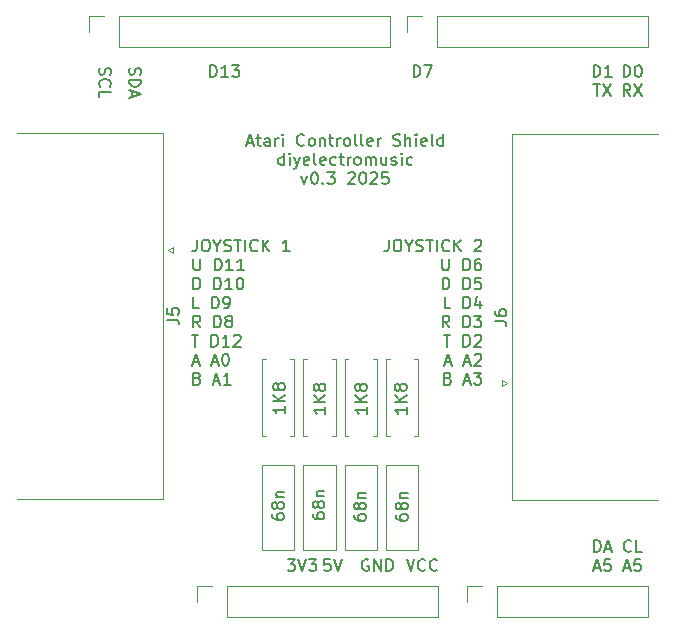
<source format=gbr>
%TF.GenerationSoftware,KiCad,Pcbnew,8.0.7*%
%TF.CreationDate,2025-05-28T21:32:16+01:00*%
%TF.ProjectId,ArduinoAtari,41726475-696e-46f4-9174-6172692e6b69,rev?*%
%TF.SameCoordinates,Original*%
%TF.FileFunction,Legend,Top*%
%TF.FilePolarity,Positive*%
%FSLAX46Y46*%
G04 Gerber Fmt 4.6, Leading zero omitted, Abs format (unit mm)*
G04 Created by KiCad (PCBNEW 8.0.7) date 2025-05-28 21:32:16*
%MOMM*%
%LPD*%
G01*
G04 APERTURE LIST*
%ADD10C,0.150000*%
%ADD11C,0.120000*%
G04 APERTURE END LIST*
D10*
X126622493Y-66820015D02*
X126622493Y-67534300D01*
X126622493Y-67534300D02*
X126574874Y-67677157D01*
X126574874Y-67677157D02*
X126479636Y-67772396D01*
X126479636Y-67772396D02*
X126336779Y-67820015D01*
X126336779Y-67820015D02*
X126241541Y-67820015D01*
X127289160Y-66820015D02*
X127479636Y-66820015D01*
X127479636Y-66820015D02*
X127574874Y-66867634D01*
X127574874Y-66867634D02*
X127670112Y-66962872D01*
X127670112Y-66962872D02*
X127717731Y-67153348D01*
X127717731Y-67153348D02*
X127717731Y-67486681D01*
X127717731Y-67486681D02*
X127670112Y-67677157D01*
X127670112Y-67677157D02*
X127574874Y-67772396D01*
X127574874Y-67772396D02*
X127479636Y-67820015D01*
X127479636Y-67820015D02*
X127289160Y-67820015D01*
X127289160Y-67820015D02*
X127193922Y-67772396D01*
X127193922Y-67772396D02*
X127098684Y-67677157D01*
X127098684Y-67677157D02*
X127051065Y-67486681D01*
X127051065Y-67486681D02*
X127051065Y-67153348D01*
X127051065Y-67153348D02*
X127098684Y-66962872D01*
X127098684Y-66962872D02*
X127193922Y-66867634D01*
X127193922Y-66867634D02*
X127289160Y-66820015D01*
X128336779Y-67343824D02*
X128336779Y-67820015D01*
X128003446Y-66820015D02*
X128336779Y-67343824D01*
X128336779Y-67343824D02*
X128670112Y-66820015D01*
X128955827Y-67772396D02*
X129098684Y-67820015D01*
X129098684Y-67820015D02*
X129336779Y-67820015D01*
X129336779Y-67820015D02*
X129432017Y-67772396D01*
X129432017Y-67772396D02*
X129479636Y-67724776D01*
X129479636Y-67724776D02*
X129527255Y-67629538D01*
X129527255Y-67629538D02*
X129527255Y-67534300D01*
X129527255Y-67534300D02*
X129479636Y-67439062D01*
X129479636Y-67439062D02*
X129432017Y-67391443D01*
X129432017Y-67391443D02*
X129336779Y-67343824D01*
X129336779Y-67343824D02*
X129146303Y-67296205D01*
X129146303Y-67296205D02*
X129051065Y-67248586D01*
X129051065Y-67248586D02*
X129003446Y-67200967D01*
X129003446Y-67200967D02*
X128955827Y-67105729D01*
X128955827Y-67105729D02*
X128955827Y-67010491D01*
X128955827Y-67010491D02*
X129003446Y-66915253D01*
X129003446Y-66915253D02*
X129051065Y-66867634D01*
X129051065Y-66867634D02*
X129146303Y-66820015D01*
X129146303Y-66820015D02*
X129384398Y-66820015D01*
X129384398Y-66820015D02*
X129527255Y-66867634D01*
X129812970Y-66820015D02*
X130384398Y-66820015D01*
X130098684Y-67820015D02*
X130098684Y-66820015D01*
X130717732Y-67820015D02*
X130717732Y-66820015D01*
X131765350Y-67724776D02*
X131717731Y-67772396D01*
X131717731Y-67772396D02*
X131574874Y-67820015D01*
X131574874Y-67820015D02*
X131479636Y-67820015D01*
X131479636Y-67820015D02*
X131336779Y-67772396D01*
X131336779Y-67772396D02*
X131241541Y-67677157D01*
X131241541Y-67677157D02*
X131193922Y-67581919D01*
X131193922Y-67581919D02*
X131146303Y-67391443D01*
X131146303Y-67391443D02*
X131146303Y-67248586D01*
X131146303Y-67248586D02*
X131193922Y-67058110D01*
X131193922Y-67058110D02*
X131241541Y-66962872D01*
X131241541Y-66962872D02*
X131336779Y-66867634D01*
X131336779Y-66867634D02*
X131479636Y-66820015D01*
X131479636Y-66820015D02*
X131574874Y-66820015D01*
X131574874Y-66820015D02*
X131717731Y-66867634D01*
X131717731Y-66867634D02*
X131765350Y-66915253D01*
X132193922Y-67820015D02*
X132193922Y-66820015D01*
X132765350Y-67820015D02*
X132336779Y-67248586D01*
X132765350Y-66820015D02*
X132193922Y-67391443D01*
X134479636Y-67820015D02*
X133908208Y-67820015D01*
X134193922Y-67820015D02*
X134193922Y-66820015D01*
X134193922Y-66820015D02*
X134098684Y-66962872D01*
X134098684Y-66962872D02*
X134003446Y-67058110D01*
X134003446Y-67058110D02*
X133908208Y-67105729D01*
X126336779Y-68429959D02*
X126336779Y-69239482D01*
X126336779Y-69239482D02*
X126384398Y-69334720D01*
X126384398Y-69334720D02*
X126432017Y-69382340D01*
X126432017Y-69382340D02*
X126527255Y-69429959D01*
X126527255Y-69429959D02*
X126717731Y-69429959D01*
X126717731Y-69429959D02*
X126812969Y-69382340D01*
X126812969Y-69382340D02*
X126860588Y-69334720D01*
X126860588Y-69334720D02*
X126908207Y-69239482D01*
X126908207Y-69239482D02*
X126908207Y-68429959D01*
X128146303Y-69429959D02*
X128146303Y-68429959D01*
X128146303Y-68429959D02*
X128384398Y-68429959D01*
X128384398Y-68429959D02*
X128527255Y-68477578D01*
X128527255Y-68477578D02*
X128622493Y-68572816D01*
X128622493Y-68572816D02*
X128670112Y-68668054D01*
X128670112Y-68668054D02*
X128717731Y-68858530D01*
X128717731Y-68858530D02*
X128717731Y-69001387D01*
X128717731Y-69001387D02*
X128670112Y-69191863D01*
X128670112Y-69191863D02*
X128622493Y-69287101D01*
X128622493Y-69287101D02*
X128527255Y-69382340D01*
X128527255Y-69382340D02*
X128384398Y-69429959D01*
X128384398Y-69429959D02*
X128146303Y-69429959D01*
X129670112Y-69429959D02*
X129098684Y-69429959D01*
X129384398Y-69429959D02*
X129384398Y-68429959D01*
X129384398Y-68429959D02*
X129289160Y-68572816D01*
X129289160Y-68572816D02*
X129193922Y-68668054D01*
X129193922Y-68668054D02*
X129098684Y-68715673D01*
X130622493Y-69429959D02*
X130051065Y-69429959D01*
X130336779Y-69429959D02*
X130336779Y-68429959D01*
X130336779Y-68429959D02*
X130241541Y-68572816D01*
X130241541Y-68572816D02*
X130146303Y-68668054D01*
X130146303Y-68668054D02*
X130051065Y-68715673D01*
X126336779Y-71039903D02*
X126336779Y-70039903D01*
X126336779Y-70039903D02*
X126574874Y-70039903D01*
X126574874Y-70039903D02*
X126717731Y-70087522D01*
X126717731Y-70087522D02*
X126812969Y-70182760D01*
X126812969Y-70182760D02*
X126860588Y-70277998D01*
X126860588Y-70277998D02*
X126908207Y-70468474D01*
X126908207Y-70468474D02*
X126908207Y-70611331D01*
X126908207Y-70611331D02*
X126860588Y-70801807D01*
X126860588Y-70801807D02*
X126812969Y-70897045D01*
X126812969Y-70897045D02*
X126717731Y-70992284D01*
X126717731Y-70992284D02*
X126574874Y-71039903D01*
X126574874Y-71039903D02*
X126336779Y-71039903D01*
X128098684Y-71039903D02*
X128098684Y-70039903D01*
X128098684Y-70039903D02*
X128336779Y-70039903D01*
X128336779Y-70039903D02*
X128479636Y-70087522D01*
X128479636Y-70087522D02*
X128574874Y-70182760D01*
X128574874Y-70182760D02*
X128622493Y-70277998D01*
X128622493Y-70277998D02*
X128670112Y-70468474D01*
X128670112Y-70468474D02*
X128670112Y-70611331D01*
X128670112Y-70611331D02*
X128622493Y-70801807D01*
X128622493Y-70801807D02*
X128574874Y-70897045D01*
X128574874Y-70897045D02*
X128479636Y-70992284D01*
X128479636Y-70992284D02*
X128336779Y-71039903D01*
X128336779Y-71039903D02*
X128098684Y-71039903D01*
X129622493Y-71039903D02*
X129051065Y-71039903D01*
X129336779Y-71039903D02*
X129336779Y-70039903D01*
X129336779Y-70039903D02*
X129241541Y-70182760D01*
X129241541Y-70182760D02*
X129146303Y-70277998D01*
X129146303Y-70277998D02*
X129051065Y-70325617D01*
X130241541Y-70039903D02*
X130336779Y-70039903D01*
X130336779Y-70039903D02*
X130432017Y-70087522D01*
X130432017Y-70087522D02*
X130479636Y-70135141D01*
X130479636Y-70135141D02*
X130527255Y-70230379D01*
X130527255Y-70230379D02*
X130574874Y-70420855D01*
X130574874Y-70420855D02*
X130574874Y-70658950D01*
X130574874Y-70658950D02*
X130527255Y-70849426D01*
X130527255Y-70849426D02*
X130479636Y-70944664D01*
X130479636Y-70944664D02*
X130432017Y-70992284D01*
X130432017Y-70992284D02*
X130336779Y-71039903D01*
X130336779Y-71039903D02*
X130241541Y-71039903D01*
X130241541Y-71039903D02*
X130146303Y-70992284D01*
X130146303Y-70992284D02*
X130098684Y-70944664D01*
X130098684Y-70944664D02*
X130051065Y-70849426D01*
X130051065Y-70849426D02*
X130003446Y-70658950D01*
X130003446Y-70658950D02*
X130003446Y-70420855D01*
X130003446Y-70420855D02*
X130051065Y-70230379D01*
X130051065Y-70230379D02*
X130098684Y-70135141D01*
X130098684Y-70135141D02*
X130146303Y-70087522D01*
X130146303Y-70087522D02*
X130241541Y-70039903D01*
X126812969Y-72649847D02*
X126336779Y-72649847D01*
X126336779Y-72649847D02*
X126336779Y-71649847D01*
X127908208Y-72649847D02*
X127908208Y-71649847D01*
X127908208Y-71649847D02*
X128146303Y-71649847D01*
X128146303Y-71649847D02*
X128289160Y-71697466D01*
X128289160Y-71697466D02*
X128384398Y-71792704D01*
X128384398Y-71792704D02*
X128432017Y-71887942D01*
X128432017Y-71887942D02*
X128479636Y-72078418D01*
X128479636Y-72078418D02*
X128479636Y-72221275D01*
X128479636Y-72221275D02*
X128432017Y-72411751D01*
X128432017Y-72411751D02*
X128384398Y-72506989D01*
X128384398Y-72506989D02*
X128289160Y-72602228D01*
X128289160Y-72602228D02*
X128146303Y-72649847D01*
X128146303Y-72649847D02*
X127908208Y-72649847D01*
X128955827Y-72649847D02*
X129146303Y-72649847D01*
X129146303Y-72649847D02*
X129241541Y-72602228D01*
X129241541Y-72602228D02*
X129289160Y-72554608D01*
X129289160Y-72554608D02*
X129384398Y-72411751D01*
X129384398Y-72411751D02*
X129432017Y-72221275D01*
X129432017Y-72221275D02*
X129432017Y-71840323D01*
X129432017Y-71840323D02*
X129384398Y-71745085D01*
X129384398Y-71745085D02*
X129336779Y-71697466D01*
X129336779Y-71697466D02*
X129241541Y-71649847D01*
X129241541Y-71649847D02*
X129051065Y-71649847D01*
X129051065Y-71649847D02*
X128955827Y-71697466D01*
X128955827Y-71697466D02*
X128908208Y-71745085D01*
X128908208Y-71745085D02*
X128860589Y-71840323D01*
X128860589Y-71840323D02*
X128860589Y-72078418D01*
X128860589Y-72078418D02*
X128908208Y-72173656D01*
X128908208Y-72173656D02*
X128955827Y-72221275D01*
X128955827Y-72221275D02*
X129051065Y-72268894D01*
X129051065Y-72268894D02*
X129241541Y-72268894D01*
X129241541Y-72268894D02*
X129336779Y-72221275D01*
X129336779Y-72221275D02*
X129384398Y-72173656D01*
X129384398Y-72173656D02*
X129432017Y-72078418D01*
X126908207Y-74259791D02*
X126574874Y-73783600D01*
X126336779Y-74259791D02*
X126336779Y-73259791D01*
X126336779Y-73259791D02*
X126717731Y-73259791D01*
X126717731Y-73259791D02*
X126812969Y-73307410D01*
X126812969Y-73307410D02*
X126860588Y-73355029D01*
X126860588Y-73355029D02*
X126908207Y-73450267D01*
X126908207Y-73450267D02*
X126908207Y-73593124D01*
X126908207Y-73593124D02*
X126860588Y-73688362D01*
X126860588Y-73688362D02*
X126812969Y-73735981D01*
X126812969Y-73735981D02*
X126717731Y-73783600D01*
X126717731Y-73783600D02*
X126336779Y-73783600D01*
X128098684Y-74259791D02*
X128098684Y-73259791D01*
X128098684Y-73259791D02*
X128336779Y-73259791D01*
X128336779Y-73259791D02*
X128479636Y-73307410D01*
X128479636Y-73307410D02*
X128574874Y-73402648D01*
X128574874Y-73402648D02*
X128622493Y-73497886D01*
X128622493Y-73497886D02*
X128670112Y-73688362D01*
X128670112Y-73688362D02*
X128670112Y-73831219D01*
X128670112Y-73831219D02*
X128622493Y-74021695D01*
X128622493Y-74021695D02*
X128574874Y-74116933D01*
X128574874Y-74116933D02*
X128479636Y-74212172D01*
X128479636Y-74212172D02*
X128336779Y-74259791D01*
X128336779Y-74259791D02*
X128098684Y-74259791D01*
X129241541Y-73688362D02*
X129146303Y-73640743D01*
X129146303Y-73640743D02*
X129098684Y-73593124D01*
X129098684Y-73593124D02*
X129051065Y-73497886D01*
X129051065Y-73497886D02*
X129051065Y-73450267D01*
X129051065Y-73450267D02*
X129098684Y-73355029D01*
X129098684Y-73355029D02*
X129146303Y-73307410D01*
X129146303Y-73307410D02*
X129241541Y-73259791D01*
X129241541Y-73259791D02*
X129432017Y-73259791D01*
X129432017Y-73259791D02*
X129527255Y-73307410D01*
X129527255Y-73307410D02*
X129574874Y-73355029D01*
X129574874Y-73355029D02*
X129622493Y-73450267D01*
X129622493Y-73450267D02*
X129622493Y-73497886D01*
X129622493Y-73497886D02*
X129574874Y-73593124D01*
X129574874Y-73593124D02*
X129527255Y-73640743D01*
X129527255Y-73640743D02*
X129432017Y-73688362D01*
X129432017Y-73688362D02*
X129241541Y-73688362D01*
X129241541Y-73688362D02*
X129146303Y-73735981D01*
X129146303Y-73735981D02*
X129098684Y-73783600D01*
X129098684Y-73783600D02*
X129051065Y-73878838D01*
X129051065Y-73878838D02*
X129051065Y-74069314D01*
X129051065Y-74069314D02*
X129098684Y-74164552D01*
X129098684Y-74164552D02*
X129146303Y-74212172D01*
X129146303Y-74212172D02*
X129241541Y-74259791D01*
X129241541Y-74259791D02*
X129432017Y-74259791D01*
X129432017Y-74259791D02*
X129527255Y-74212172D01*
X129527255Y-74212172D02*
X129574874Y-74164552D01*
X129574874Y-74164552D02*
X129622493Y-74069314D01*
X129622493Y-74069314D02*
X129622493Y-73878838D01*
X129622493Y-73878838D02*
X129574874Y-73783600D01*
X129574874Y-73783600D02*
X129527255Y-73735981D01*
X129527255Y-73735981D02*
X129432017Y-73688362D01*
X126193922Y-74869735D02*
X126765350Y-74869735D01*
X126479636Y-75869735D02*
X126479636Y-74869735D01*
X127860589Y-75869735D02*
X127860589Y-74869735D01*
X127860589Y-74869735D02*
X128098684Y-74869735D01*
X128098684Y-74869735D02*
X128241541Y-74917354D01*
X128241541Y-74917354D02*
X128336779Y-75012592D01*
X128336779Y-75012592D02*
X128384398Y-75107830D01*
X128384398Y-75107830D02*
X128432017Y-75298306D01*
X128432017Y-75298306D02*
X128432017Y-75441163D01*
X128432017Y-75441163D02*
X128384398Y-75631639D01*
X128384398Y-75631639D02*
X128336779Y-75726877D01*
X128336779Y-75726877D02*
X128241541Y-75822116D01*
X128241541Y-75822116D02*
X128098684Y-75869735D01*
X128098684Y-75869735D02*
X127860589Y-75869735D01*
X129384398Y-75869735D02*
X128812970Y-75869735D01*
X129098684Y-75869735D02*
X129098684Y-74869735D01*
X129098684Y-74869735D02*
X129003446Y-75012592D01*
X129003446Y-75012592D02*
X128908208Y-75107830D01*
X128908208Y-75107830D02*
X128812970Y-75155449D01*
X129765351Y-74964973D02*
X129812970Y-74917354D01*
X129812970Y-74917354D02*
X129908208Y-74869735D01*
X129908208Y-74869735D02*
X130146303Y-74869735D01*
X130146303Y-74869735D02*
X130241541Y-74917354D01*
X130241541Y-74917354D02*
X130289160Y-74964973D01*
X130289160Y-74964973D02*
X130336779Y-75060211D01*
X130336779Y-75060211D02*
X130336779Y-75155449D01*
X130336779Y-75155449D02*
X130289160Y-75298306D01*
X130289160Y-75298306D02*
X129717732Y-75869735D01*
X129717732Y-75869735D02*
X130336779Y-75869735D01*
X126289160Y-77193964D02*
X126765350Y-77193964D01*
X126193922Y-77479679D02*
X126527255Y-76479679D01*
X126527255Y-76479679D02*
X126860588Y-77479679D01*
X127908208Y-77193964D02*
X128384398Y-77193964D01*
X127812970Y-77479679D02*
X128146303Y-76479679D01*
X128146303Y-76479679D02*
X128479636Y-77479679D01*
X129003446Y-76479679D02*
X129098684Y-76479679D01*
X129098684Y-76479679D02*
X129193922Y-76527298D01*
X129193922Y-76527298D02*
X129241541Y-76574917D01*
X129241541Y-76574917D02*
X129289160Y-76670155D01*
X129289160Y-76670155D02*
X129336779Y-76860631D01*
X129336779Y-76860631D02*
X129336779Y-77098726D01*
X129336779Y-77098726D02*
X129289160Y-77289202D01*
X129289160Y-77289202D02*
X129241541Y-77384440D01*
X129241541Y-77384440D02*
X129193922Y-77432060D01*
X129193922Y-77432060D02*
X129098684Y-77479679D01*
X129098684Y-77479679D02*
X129003446Y-77479679D01*
X129003446Y-77479679D02*
X128908208Y-77432060D01*
X128908208Y-77432060D02*
X128860589Y-77384440D01*
X128860589Y-77384440D02*
X128812970Y-77289202D01*
X128812970Y-77289202D02*
X128765351Y-77098726D01*
X128765351Y-77098726D02*
X128765351Y-76860631D01*
X128765351Y-76860631D02*
X128812970Y-76670155D01*
X128812970Y-76670155D02*
X128860589Y-76574917D01*
X128860589Y-76574917D02*
X128908208Y-76527298D01*
X128908208Y-76527298D02*
X129003446Y-76479679D01*
X126670112Y-78565813D02*
X126812969Y-78613432D01*
X126812969Y-78613432D02*
X126860588Y-78661051D01*
X126860588Y-78661051D02*
X126908207Y-78756289D01*
X126908207Y-78756289D02*
X126908207Y-78899146D01*
X126908207Y-78899146D02*
X126860588Y-78994384D01*
X126860588Y-78994384D02*
X126812969Y-79042004D01*
X126812969Y-79042004D02*
X126717731Y-79089623D01*
X126717731Y-79089623D02*
X126336779Y-79089623D01*
X126336779Y-79089623D02*
X126336779Y-78089623D01*
X126336779Y-78089623D02*
X126670112Y-78089623D01*
X126670112Y-78089623D02*
X126765350Y-78137242D01*
X126765350Y-78137242D02*
X126812969Y-78184861D01*
X126812969Y-78184861D02*
X126860588Y-78280099D01*
X126860588Y-78280099D02*
X126860588Y-78375337D01*
X126860588Y-78375337D02*
X126812969Y-78470575D01*
X126812969Y-78470575D02*
X126765350Y-78518194D01*
X126765350Y-78518194D02*
X126670112Y-78565813D01*
X126670112Y-78565813D02*
X126336779Y-78565813D01*
X128051065Y-78803908D02*
X128527255Y-78803908D01*
X127955827Y-79089623D02*
X128289160Y-78089623D01*
X128289160Y-78089623D02*
X128622493Y-79089623D01*
X129479636Y-79089623D02*
X128908208Y-79089623D01*
X129193922Y-79089623D02*
X129193922Y-78089623D01*
X129193922Y-78089623D02*
X129098684Y-78232480D01*
X129098684Y-78232480D02*
X129003446Y-78327718D01*
X129003446Y-78327718D02*
X128908208Y-78375337D01*
X160269524Y-93259875D02*
X160269524Y-92259875D01*
X160269524Y-92259875D02*
X160507619Y-92259875D01*
X160507619Y-92259875D02*
X160650476Y-92307494D01*
X160650476Y-92307494D02*
X160745714Y-92402732D01*
X160745714Y-92402732D02*
X160793333Y-92497970D01*
X160793333Y-92497970D02*
X160840952Y-92688446D01*
X160840952Y-92688446D02*
X160840952Y-92831303D01*
X160840952Y-92831303D02*
X160793333Y-93021779D01*
X160793333Y-93021779D02*
X160745714Y-93117017D01*
X160745714Y-93117017D02*
X160650476Y-93212256D01*
X160650476Y-93212256D02*
X160507619Y-93259875D01*
X160507619Y-93259875D02*
X160269524Y-93259875D01*
X161221905Y-92974160D02*
X161698095Y-92974160D01*
X161126667Y-93259875D02*
X161460000Y-92259875D01*
X161460000Y-92259875D02*
X161793333Y-93259875D01*
X160245714Y-94584104D02*
X160721904Y-94584104D01*
X160150476Y-94869819D02*
X160483809Y-93869819D01*
X160483809Y-93869819D02*
X160817142Y-94869819D01*
X161626666Y-93869819D02*
X161150476Y-93869819D01*
X161150476Y-93869819D02*
X161102857Y-94346009D01*
X161102857Y-94346009D02*
X161150476Y-94298390D01*
X161150476Y-94298390D02*
X161245714Y-94250771D01*
X161245714Y-94250771D02*
X161483809Y-94250771D01*
X161483809Y-94250771D02*
X161579047Y-94298390D01*
X161579047Y-94298390D02*
X161626666Y-94346009D01*
X161626666Y-94346009D02*
X161674285Y-94441247D01*
X161674285Y-94441247D02*
X161674285Y-94679342D01*
X161674285Y-94679342D02*
X161626666Y-94774580D01*
X161626666Y-94774580D02*
X161579047Y-94822200D01*
X161579047Y-94822200D02*
X161483809Y-94869819D01*
X161483809Y-94869819D02*
X161245714Y-94869819D01*
X161245714Y-94869819D02*
X161150476Y-94822200D01*
X161150476Y-94822200D02*
X161102857Y-94774580D01*
X134321905Y-93869819D02*
X134940952Y-93869819D01*
X134940952Y-93869819D02*
X134607619Y-94250771D01*
X134607619Y-94250771D02*
X134750476Y-94250771D01*
X134750476Y-94250771D02*
X134845714Y-94298390D01*
X134845714Y-94298390D02*
X134893333Y-94346009D01*
X134893333Y-94346009D02*
X134940952Y-94441247D01*
X134940952Y-94441247D02*
X134940952Y-94679342D01*
X134940952Y-94679342D02*
X134893333Y-94774580D01*
X134893333Y-94774580D02*
X134845714Y-94822200D01*
X134845714Y-94822200D02*
X134750476Y-94869819D01*
X134750476Y-94869819D02*
X134464762Y-94869819D01*
X134464762Y-94869819D02*
X134369524Y-94822200D01*
X134369524Y-94822200D02*
X134321905Y-94774580D01*
X135226667Y-93869819D02*
X135560000Y-94869819D01*
X135560000Y-94869819D02*
X135893333Y-93869819D01*
X136131429Y-93869819D02*
X136750476Y-93869819D01*
X136750476Y-93869819D02*
X136417143Y-94250771D01*
X136417143Y-94250771D02*
X136560000Y-94250771D01*
X136560000Y-94250771D02*
X136655238Y-94298390D01*
X136655238Y-94298390D02*
X136702857Y-94346009D01*
X136702857Y-94346009D02*
X136750476Y-94441247D01*
X136750476Y-94441247D02*
X136750476Y-94679342D01*
X136750476Y-94679342D02*
X136702857Y-94774580D01*
X136702857Y-94774580D02*
X136655238Y-94822200D01*
X136655238Y-94822200D02*
X136560000Y-94869819D01*
X136560000Y-94869819D02*
X136274286Y-94869819D01*
X136274286Y-94869819D02*
X136179048Y-94822200D01*
X136179048Y-94822200D02*
X136131429Y-94774580D01*
X127741714Y-53039819D02*
X127741714Y-52039819D01*
X127741714Y-52039819D02*
X127979809Y-52039819D01*
X127979809Y-52039819D02*
X128122666Y-52087438D01*
X128122666Y-52087438D02*
X128217904Y-52182676D01*
X128217904Y-52182676D02*
X128265523Y-52277914D01*
X128265523Y-52277914D02*
X128313142Y-52468390D01*
X128313142Y-52468390D02*
X128313142Y-52611247D01*
X128313142Y-52611247D02*
X128265523Y-52801723D01*
X128265523Y-52801723D02*
X128217904Y-52896961D01*
X128217904Y-52896961D02*
X128122666Y-52992200D01*
X128122666Y-52992200D02*
X127979809Y-53039819D01*
X127979809Y-53039819D02*
X127741714Y-53039819D01*
X129265523Y-53039819D02*
X128694095Y-53039819D01*
X128979809Y-53039819D02*
X128979809Y-52039819D01*
X128979809Y-52039819D02*
X128884571Y-52182676D01*
X128884571Y-52182676D02*
X128789333Y-52277914D01*
X128789333Y-52277914D02*
X128694095Y-52325533D01*
X129598857Y-52039819D02*
X130217904Y-52039819D01*
X130217904Y-52039819D02*
X129884571Y-52420771D01*
X129884571Y-52420771D02*
X130027428Y-52420771D01*
X130027428Y-52420771D02*
X130122666Y-52468390D01*
X130122666Y-52468390D02*
X130170285Y-52516009D01*
X130170285Y-52516009D02*
X130217904Y-52611247D01*
X130217904Y-52611247D02*
X130217904Y-52849342D01*
X130217904Y-52849342D02*
X130170285Y-52944580D01*
X130170285Y-52944580D02*
X130122666Y-52992200D01*
X130122666Y-52992200D02*
X130027428Y-53039819D01*
X130027428Y-53039819D02*
X129741714Y-53039819D01*
X129741714Y-53039819D02*
X129646476Y-52992200D01*
X129646476Y-52992200D02*
X129598857Y-52944580D01*
X162761905Y-53039819D02*
X162761905Y-52039819D01*
X162761905Y-52039819D02*
X163000000Y-52039819D01*
X163000000Y-52039819D02*
X163142857Y-52087438D01*
X163142857Y-52087438D02*
X163238095Y-52182676D01*
X163238095Y-52182676D02*
X163285714Y-52277914D01*
X163285714Y-52277914D02*
X163333333Y-52468390D01*
X163333333Y-52468390D02*
X163333333Y-52611247D01*
X163333333Y-52611247D02*
X163285714Y-52801723D01*
X163285714Y-52801723D02*
X163238095Y-52896961D01*
X163238095Y-52896961D02*
X163142857Y-52992200D01*
X163142857Y-52992200D02*
X163000000Y-53039819D01*
X163000000Y-53039819D02*
X162761905Y-53039819D01*
X163952381Y-52039819D02*
X164047619Y-52039819D01*
X164047619Y-52039819D02*
X164142857Y-52087438D01*
X164142857Y-52087438D02*
X164190476Y-52135057D01*
X164190476Y-52135057D02*
X164238095Y-52230295D01*
X164238095Y-52230295D02*
X164285714Y-52420771D01*
X164285714Y-52420771D02*
X164285714Y-52658866D01*
X164285714Y-52658866D02*
X164238095Y-52849342D01*
X164238095Y-52849342D02*
X164190476Y-52944580D01*
X164190476Y-52944580D02*
X164142857Y-52992200D01*
X164142857Y-52992200D02*
X164047619Y-53039819D01*
X164047619Y-53039819D02*
X163952381Y-53039819D01*
X163952381Y-53039819D02*
X163857143Y-52992200D01*
X163857143Y-52992200D02*
X163809524Y-52944580D01*
X163809524Y-52944580D02*
X163761905Y-52849342D01*
X163761905Y-52849342D02*
X163714286Y-52658866D01*
X163714286Y-52658866D02*
X163714286Y-52420771D01*
X163714286Y-52420771D02*
X163761905Y-52230295D01*
X163761905Y-52230295D02*
X163809524Y-52135057D01*
X163809524Y-52135057D02*
X163857143Y-52087438D01*
X163857143Y-52087438D02*
X163952381Y-52039819D01*
X163333333Y-54649763D02*
X163000000Y-54173572D01*
X162761905Y-54649763D02*
X162761905Y-53649763D01*
X162761905Y-53649763D02*
X163142857Y-53649763D01*
X163142857Y-53649763D02*
X163238095Y-53697382D01*
X163238095Y-53697382D02*
X163285714Y-53745001D01*
X163285714Y-53745001D02*
X163333333Y-53840239D01*
X163333333Y-53840239D02*
X163333333Y-53983096D01*
X163333333Y-53983096D02*
X163285714Y-54078334D01*
X163285714Y-54078334D02*
X163238095Y-54125953D01*
X163238095Y-54125953D02*
X163142857Y-54173572D01*
X163142857Y-54173572D02*
X162761905Y-54173572D01*
X163666667Y-53649763D02*
X164333333Y-54649763D01*
X164333333Y-53649763D02*
X163666667Y-54649763D01*
X118388800Y-52289160D02*
X118341180Y-52432017D01*
X118341180Y-52432017D02*
X118341180Y-52670112D01*
X118341180Y-52670112D02*
X118388800Y-52765350D01*
X118388800Y-52765350D02*
X118436419Y-52812969D01*
X118436419Y-52812969D02*
X118531657Y-52860588D01*
X118531657Y-52860588D02*
X118626895Y-52860588D01*
X118626895Y-52860588D02*
X118722133Y-52812969D01*
X118722133Y-52812969D02*
X118769752Y-52765350D01*
X118769752Y-52765350D02*
X118817371Y-52670112D01*
X118817371Y-52670112D02*
X118864990Y-52479636D01*
X118864990Y-52479636D02*
X118912609Y-52384398D01*
X118912609Y-52384398D02*
X118960228Y-52336779D01*
X118960228Y-52336779D02*
X119055466Y-52289160D01*
X119055466Y-52289160D02*
X119150704Y-52289160D01*
X119150704Y-52289160D02*
X119245942Y-52336779D01*
X119245942Y-52336779D02*
X119293561Y-52384398D01*
X119293561Y-52384398D02*
X119341180Y-52479636D01*
X119341180Y-52479636D02*
X119341180Y-52717731D01*
X119341180Y-52717731D02*
X119293561Y-52860588D01*
X118436419Y-53860588D02*
X118388800Y-53812969D01*
X118388800Y-53812969D02*
X118341180Y-53670112D01*
X118341180Y-53670112D02*
X118341180Y-53574874D01*
X118341180Y-53574874D02*
X118388800Y-53432017D01*
X118388800Y-53432017D02*
X118484038Y-53336779D01*
X118484038Y-53336779D02*
X118579276Y-53289160D01*
X118579276Y-53289160D02*
X118769752Y-53241541D01*
X118769752Y-53241541D02*
X118912609Y-53241541D01*
X118912609Y-53241541D02*
X119103085Y-53289160D01*
X119103085Y-53289160D02*
X119198323Y-53336779D01*
X119198323Y-53336779D02*
X119293561Y-53432017D01*
X119293561Y-53432017D02*
X119341180Y-53574874D01*
X119341180Y-53574874D02*
X119341180Y-53670112D01*
X119341180Y-53670112D02*
X119293561Y-53812969D01*
X119293561Y-53812969D02*
X119245942Y-53860588D01*
X118341180Y-54765350D02*
X118341180Y-54289160D01*
X118341180Y-54289160D02*
X119341180Y-54289160D01*
X160221905Y-53039819D02*
X160221905Y-52039819D01*
X160221905Y-52039819D02*
X160460000Y-52039819D01*
X160460000Y-52039819D02*
X160602857Y-52087438D01*
X160602857Y-52087438D02*
X160698095Y-52182676D01*
X160698095Y-52182676D02*
X160745714Y-52277914D01*
X160745714Y-52277914D02*
X160793333Y-52468390D01*
X160793333Y-52468390D02*
X160793333Y-52611247D01*
X160793333Y-52611247D02*
X160745714Y-52801723D01*
X160745714Y-52801723D02*
X160698095Y-52896961D01*
X160698095Y-52896961D02*
X160602857Y-52992200D01*
X160602857Y-52992200D02*
X160460000Y-53039819D01*
X160460000Y-53039819D02*
X160221905Y-53039819D01*
X161745714Y-53039819D02*
X161174286Y-53039819D01*
X161460000Y-53039819D02*
X161460000Y-52039819D01*
X161460000Y-52039819D02*
X161364762Y-52182676D01*
X161364762Y-52182676D02*
X161269524Y-52277914D01*
X161269524Y-52277914D02*
X161174286Y-52325533D01*
X160198095Y-53649763D02*
X160769523Y-53649763D01*
X160483809Y-54649763D02*
X160483809Y-53649763D01*
X161007619Y-53649763D02*
X161674285Y-54649763D01*
X161674285Y-53649763D02*
X161007619Y-54649763D01*
X144981905Y-53039819D02*
X144981905Y-52039819D01*
X144981905Y-52039819D02*
X145220000Y-52039819D01*
X145220000Y-52039819D02*
X145362857Y-52087438D01*
X145362857Y-52087438D02*
X145458095Y-52182676D01*
X145458095Y-52182676D02*
X145505714Y-52277914D01*
X145505714Y-52277914D02*
X145553333Y-52468390D01*
X145553333Y-52468390D02*
X145553333Y-52611247D01*
X145553333Y-52611247D02*
X145505714Y-52801723D01*
X145505714Y-52801723D02*
X145458095Y-52896961D01*
X145458095Y-52896961D02*
X145362857Y-52992200D01*
X145362857Y-52992200D02*
X145220000Y-53039819D01*
X145220000Y-53039819D02*
X144981905Y-53039819D01*
X145886667Y-52039819D02*
X146553333Y-52039819D01*
X146553333Y-52039819D02*
X146124762Y-53039819D01*
X130890474Y-58609160D02*
X131366664Y-58609160D01*
X130795236Y-58894875D02*
X131128569Y-57894875D01*
X131128569Y-57894875D02*
X131461902Y-58894875D01*
X131652379Y-58228208D02*
X132033331Y-58228208D01*
X131795236Y-57894875D02*
X131795236Y-58752017D01*
X131795236Y-58752017D02*
X131842855Y-58847256D01*
X131842855Y-58847256D02*
X131938093Y-58894875D01*
X131938093Y-58894875D02*
X132033331Y-58894875D01*
X132795236Y-58894875D02*
X132795236Y-58371065D01*
X132795236Y-58371065D02*
X132747617Y-58275827D01*
X132747617Y-58275827D02*
X132652379Y-58228208D01*
X132652379Y-58228208D02*
X132461903Y-58228208D01*
X132461903Y-58228208D02*
X132366665Y-58275827D01*
X132795236Y-58847256D02*
X132699998Y-58894875D01*
X132699998Y-58894875D02*
X132461903Y-58894875D01*
X132461903Y-58894875D02*
X132366665Y-58847256D01*
X132366665Y-58847256D02*
X132319046Y-58752017D01*
X132319046Y-58752017D02*
X132319046Y-58656779D01*
X132319046Y-58656779D02*
X132366665Y-58561541D01*
X132366665Y-58561541D02*
X132461903Y-58513922D01*
X132461903Y-58513922D02*
X132699998Y-58513922D01*
X132699998Y-58513922D02*
X132795236Y-58466303D01*
X133271427Y-58894875D02*
X133271427Y-58228208D01*
X133271427Y-58418684D02*
X133319046Y-58323446D01*
X133319046Y-58323446D02*
X133366665Y-58275827D01*
X133366665Y-58275827D02*
X133461903Y-58228208D01*
X133461903Y-58228208D02*
X133557141Y-58228208D01*
X133890475Y-58894875D02*
X133890475Y-58228208D01*
X133890475Y-57894875D02*
X133842856Y-57942494D01*
X133842856Y-57942494D02*
X133890475Y-57990113D01*
X133890475Y-57990113D02*
X133938094Y-57942494D01*
X133938094Y-57942494D02*
X133890475Y-57894875D01*
X133890475Y-57894875D02*
X133890475Y-57990113D01*
X135699998Y-58799636D02*
X135652379Y-58847256D01*
X135652379Y-58847256D02*
X135509522Y-58894875D01*
X135509522Y-58894875D02*
X135414284Y-58894875D01*
X135414284Y-58894875D02*
X135271427Y-58847256D01*
X135271427Y-58847256D02*
X135176189Y-58752017D01*
X135176189Y-58752017D02*
X135128570Y-58656779D01*
X135128570Y-58656779D02*
X135080951Y-58466303D01*
X135080951Y-58466303D02*
X135080951Y-58323446D01*
X135080951Y-58323446D02*
X135128570Y-58132970D01*
X135128570Y-58132970D02*
X135176189Y-58037732D01*
X135176189Y-58037732D02*
X135271427Y-57942494D01*
X135271427Y-57942494D02*
X135414284Y-57894875D01*
X135414284Y-57894875D02*
X135509522Y-57894875D01*
X135509522Y-57894875D02*
X135652379Y-57942494D01*
X135652379Y-57942494D02*
X135699998Y-57990113D01*
X136271427Y-58894875D02*
X136176189Y-58847256D01*
X136176189Y-58847256D02*
X136128570Y-58799636D01*
X136128570Y-58799636D02*
X136080951Y-58704398D01*
X136080951Y-58704398D02*
X136080951Y-58418684D01*
X136080951Y-58418684D02*
X136128570Y-58323446D01*
X136128570Y-58323446D02*
X136176189Y-58275827D01*
X136176189Y-58275827D02*
X136271427Y-58228208D01*
X136271427Y-58228208D02*
X136414284Y-58228208D01*
X136414284Y-58228208D02*
X136509522Y-58275827D01*
X136509522Y-58275827D02*
X136557141Y-58323446D01*
X136557141Y-58323446D02*
X136604760Y-58418684D01*
X136604760Y-58418684D02*
X136604760Y-58704398D01*
X136604760Y-58704398D02*
X136557141Y-58799636D01*
X136557141Y-58799636D02*
X136509522Y-58847256D01*
X136509522Y-58847256D02*
X136414284Y-58894875D01*
X136414284Y-58894875D02*
X136271427Y-58894875D01*
X137033332Y-58228208D02*
X137033332Y-58894875D01*
X137033332Y-58323446D02*
X137080951Y-58275827D01*
X137080951Y-58275827D02*
X137176189Y-58228208D01*
X137176189Y-58228208D02*
X137319046Y-58228208D01*
X137319046Y-58228208D02*
X137414284Y-58275827D01*
X137414284Y-58275827D02*
X137461903Y-58371065D01*
X137461903Y-58371065D02*
X137461903Y-58894875D01*
X137795237Y-58228208D02*
X138176189Y-58228208D01*
X137938094Y-57894875D02*
X137938094Y-58752017D01*
X137938094Y-58752017D02*
X137985713Y-58847256D01*
X137985713Y-58847256D02*
X138080951Y-58894875D01*
X138080951Y-58894875D02*
X138176189Y-58894875D01*
X138509523Y-58894875D02*
X138509523Y-58228208D01*
X138509523Y-58418684D02*
X138557142Y-58323446D01*
X138557142Y-58323446D02*
X138604761Y-58275827D01*
X138604761Y-58275827D02*
X138699999Y-58228208D01*
X138699999Y-58228208D02*
X138795237Y-58228208D01*
X139271428Y-58894875D02*
X139176190Y-58847256D01*
X139176190Y-58847256D02*
X139128571Y-58799636D01*
X139128571Y-58799636D02*
X139080952Y-58704398D01*
X139080952Y-58704398D02*
X139080952Y-58418684D01*
X139080952Y-58418684D02*
X139128571Y-58323446D01*
X139128571Y-58323446D02*
X139176190Y-58275827D01*
X139176190Y-58275827D02*
X139271428Y-58228208D01*
X139271428Y-58228208D02*
X139414285Y-58228208D01*
X139414285Y-58228208D02*
X139509523Y-58275827D01*
X139509523Y-58275827D02*
X139557142Y-58323446D01*
X139557142Y-58323446D02*
X139604761Y-58418684D01*
X139604761Y-58418684D02*
X139604761Y-58704398D01*
X139604761Y-58704398D02*
X139557142Y-58799636D01*
X139557142Y-58799636D02*
X139509523Y-58847256D01*
X139509523Y-58847256D02*
X139414285Y-58894875D01*
X139414285Y-58894875D02*
X139271428Y-58894875D01*
X140176190Y-58894875D02*
X140080952Y-58847256D01*
X140080952Y-58847256D02*
X140033333Y-58752017D01*
X140033333Y-58752017D02*
X140033333Y-57894875D01*
X140700000Y-58894875D02*
X140604762Y-58847256D01*
X140604762Y-58847256D02*
X140557143Y-58752017D01*
X140557143Y-58752017D02*
X140557143Y-57894875D01*
X141461905Y-58847256D02*
X141366667Y-58894875D01*
X141366667Y-58894875D02*
X141176191Y-58894875D01*
X141176191Y-58894875D02*
X141080953Y-58847256D01*
X141080953Y-58847256D02*
X141033334Y-58752017D01*
X141033334Y-58752017D02*
X141033334Y-58371065D01*
X141033334Y-58371065D02*
X141080953Y-58275827D01*
X141080953Y-58275827D02*
X141176191Y-58228208D01*
X141176191Y-58228208D02*
X141366667Y-58228208D01*
X141366667Y-58228208D02*
X141461905Y-58275827D01*
X141461905Y-58275827D02*
X141509524Y-58371065D01*
X141509524Y-58371065D02*
X141509524Y-58466303D01*
X141509524Y-58466303D02*
X141033334Y-58561541D01*
X141938096Y-58894875D02*
X141938096Y-58228208D01*
X141938096Y-58418684D02*
X141985715Y-58323446D01*
X141985715Y-58323446D02*
X142033334Y-58275827D01*
X142033334Y-58275827D02*
X142128572Y-58228208D01*
X142128572Y-58228208D02*
X142223810Y-58228208D01*
X143271430Y-58847256D02*
X143414287Y-58894875D01*
X143414287Y-58894875D02*
X143652382Y-58894875D01*
X143652382Y-58894875D02*
X143747620Y-58847256D01*
X143747620Y-58847256D02*
X143795239Y-58799636D01*
X143795239Y-58799636D02*
X143842858Y-58704398D01*
X143842858Y-58704398D02*
X143842858Y-58609160D01*
X143842858Y-58609160D02*
X143795239Y-58513922D01*
X143795239Y-58513922D02*
X143747620Y-58466303D01*
X143747620Y-58466303D02*
X143652382Y-58418684D01*
X143652382Y-58418684D02*
X143461906Y-58371065D01*
X143461906Y-58371065D02*
X143366668Y-58323446D01*
X143366668Y-58323446D02*
X143319049Y-58275827D01*
X143319049Y-58275827D02*
X143271430Y-58180589D01*
X143271430Y-58180589D02*
X143271430Y-58085351D01*
X143271430Y-58085351D02*
X143319049Y-57990113D01*
X143319049Y-57990113D02*
X143366668Y-57942494D01*
X143366668Y-57942494D02*
X143461906Y-57894875D01*
X143461906Y-57894875D02*
X143700001Y-57894875D01*
X143700001Y-57894875D02*
X143842858Y-57942494D01*
X144271430Y-58894875D02*
X144271430Y-57894875D01*
X144700001Y-58894875D02*
X144700001Y-58371065D01*
X144700001Y-58371065D02*
X144652382Y-58275827D01*
X144652382Y-58275827D02*
X144557144Y-58228208D01*
X144557144Y-58228208D02*
X144414287Y-58228208D01*
X144414287Y-58228208D02*
X144319049Y-58275827D01*
X144319049Y-58275827D02*
X144271430Y-58323446D01*
X145176192Y-58894875D02*
X145176192Y-58228208D01*
X145176192Y-57894875D02*
X145128573Y-57942494D01*
X145128573Y-57942494D02*
X145176192Y-57990113D01*
X145176192Y-57990113D02*
X145223811Y-57942494D01*
X145223811Y-57942494D02*
X145176192Y-57894875D01*
X145176192Y-57894875D02*
X145176192Y-57990113D01*
X146033334Y-58847256D02*
X145938096Y-58894875D01*
X145938096Y-58894875D02*
X145747620Y-58894875D01*
X145747620Y-58894875D02*
X145652382Y-58847256D01*
X145652382Y-58847256D02*
X145604763Y-58752017D01*
X145604763Y-58752017D02*
X145604763Y-58371065D01*
X145604763Y-58371065D02*
X145652382Y-58275827D01*
X145652382Y-58275827D02*
X145747620Y-58228208D01*
X145747620Y-58228208D02*
X145938096Y-58228208D01*
X145938096Y-58228208D02*
X146033334Y-58275827D01*
X146033334Y-58275827D02*
X146080953Y-58371065D01*
X146080953Y-58371065D02*
X146080953Y-58466303D01*
X146080953Y-58466303D02*
X145604763Y-58561541D01*
X146652382Y-58894875D02*
X146557144Y-58847256D01*
X146557144Y-58847256D02*
X146509525Y-58752017D01*
X146509525Y-58752017D02*
X146509525Y-57894875D01*
X147461906Y-58894875D02*
X147461906Y-57894875D01*
X147461906Y-58847256D02*
X147366668Y-58894875D01*
X147366668Y-58894875D02*
X147176192Y-58894875D01*
X147176192Y-58894875D02*
X147080954Y-58847256D01*
X147080954Y-58847256D02*
X147033335Y-58799636D01*
X147033335Y-58799636D02*
X146985716Y-58704398D01*
X146985716Y-58704398D02*
X146985716Y-58418684D01*
X146985716Y-58418684D02*
X147033335Y-58323446D01*
X147033335Y-58323446D02*
X147080954Y-58275827D01*
X147080954Y-58275827D02*
X147176192Y-58228208D01*
X147176192Y-58228208D02*
X147366668Y-58228208D01*
X147366668Y-58228208D02*
X147461906Y-58275827D01*
X134009523Y-60504819D02*
X134009523Y-59504819D01*
X134009523Y-60457200D02*
X133914285Y-60504819D01*
X133914285Y-60504819D02*
X133723809Y-60504819D01*
X133723809Y-60504819D02*
X133628571Y-60457200D01*
X133628571Y-60457200D02*
X133580952Y-60409580D01*
X133580952Y-60409580D02*
X133533333Y-60314342D01*
X133533333Y-60314342D02*
X133533333Y-60028628D01*
X133533333Y-60028628D02*
X133580952Y-59933390D01*
X133580952Y-59933390D02*
X133628571Y-59885771D01*
X133628571Y-59885771D02*
X133723809Y-59838152D01*
X133723809Y-59838152D02*
X133914285Y-59838152D01*
X133914285Y-59838152D02*
X134009523Y-59885771D01*
X134485714Y-60504819D02*
X134485714Y-59838152D01*
X134485714Y-59504819D02*
X134438095Y-59552438D01*
X134438095Y-59552438D02*
X134485714Y-59600057D01*
X134485714Y-59600057D02*
X134533333Y-59552438D01*
X134533333Y-59552438D02*
X134485714Y-59504819D01*
X134485714Y-59504819D02*
X134485714Y-59600057D01*
X134866666Y-59838152D02*
X135104761Y-60504819D01*
X135342856Y-59838152D02*
X135104761Y-60504819D01*
X135104761Y-60504819D02*
X135009523Y-60742914D01*
X135009523Y-60742914D02*
X134961904Y-60790533D01*
X134961904Y-60790533D02*
X134866666Y-60838152D01*
X136104761Y-60457200D02*
X136009523Y-60504819D01*
X136009523Y-60504819D02*
X135819047Y-60504819D01*
X135819047Y-60504819D02*
X135723809Y-60457200D01*
X135723809Y-60457200D02*
X135676190Y-60361961D01*
X135676190Y-60361961D02*
X135676190Y-59981009D01*
X135676190Y-59981009D02*
X135723809Y-59885771D01*
X135723809Y-59885771D02*
X135819047Y-59838152D01*
X135819047Y-59838152D02*
X136009523Y-59838152D01*
X136009523Y-59838152D02*
X136104761Y-59885771D01*
X136104761Y-59885771D02*
X136152380Y-59981009D01*
X136152380Y-59981009D02*
X136152380Y-60076247D01*
X136152380Y-60076247D02*
X135676190Y-60171485D01*
X136723809Y-60504819D02*
X136628571Y-60457200D01*
X136628571Y-60457200D02*
X136580952Y-60361961D01*
X136580952Y-60361961D02*
X136580952Y-59504819D01*
X137485714Y-60457200D02*
X137390476Y-60504819D01*
X137390476Y-60504819D02*
X137200000Y-60504819D01*
X137200000Y-60504819D02*
X137104762Y-60457200D01*
X137104762Y-60457200D02*
X137057143Y-60361961D01*
X137057143Y-60361961D02*
X137057143Y-59981009D01*
X137057143Y-59981009D02*
X137104762Y-59885771D01*
X137104762Y-59885771D02*
X137200000Y-59838152D01*
X137200000Y-59838152D02*
X137390476Y-59838152D01*
X137390476Y-59838152D02*
X137485714Y-59885771D01*
X137485714Y-59885771D02*
X137533333Y-59981009D01*
X137533333Y-59981009D02*
X137533333Y-60076247D01*
X137533333Y-60076247D02*
X137057143Y-60171485D01*
X138390476Y-60457200D02*
X138295238Y-60504819D01*
X138295238Y-60504819D02*
X138104762Y-60504819D01*
X138104762Y-60504819D02*
X138009524Y-60457200D01*
X138009524Y-60457200D02*
X137961905Y-60409580D01*
X137961905Y-60409580D02*
X137914286Y-60314342D01*
X137914286Y-60314342D02*
X137914286Y-60028628D01*
X137914286Y-60028628D02*
X137961905Y-59933390D01*
X137961905Y-59933390D02*
X138009524Y-59885771D01*
X138009524Y-59885771D02*
X138104762Y-59838152D01*
X138104762Y-59838152D02*
X138295238Y-59838152D01*
X138295238Y-59838152D02*
X138390476Y-59885771D01*
X138676191Y-59838152D02*
X139057143Y-59838152D01*
X138819048Y-59504819D02*
X138819048Y-60361961D01*
X138819048Y-60361961D02*
X138866667Y-60457200D01*
X138866667Y-60457200D02*
X138961905Y-60504819D01*
X138961905Y-60504819D02*
X139057143Y-60504819D01*
X139390477Y-60504819D02*
X139390477Y-59838152D01*
X139390477Y-60028628D02*
X139438096Y-59933390D01*
X139438096Y-59933390D02*
X139485715Y-59885771D01*
X139485715Y-59885771D02*
X139580953Y-59838152D01*
X139580953Y-59838152D02*
X139676191Y-59838152D01*
X140152382Y-60504819D02*
X140057144Y-60457200D01*
X140057144Y-60457200D02*
X140009525Y-60409580D01*
X140009525Y-60409580D02*
X139961906Y-60314342D01*
X139961906Y-60314342D02*
X139961906Y-60028628D01*
X139961906Y-60028628D02*
X140009525Y-59933390D01*
X140009525Y-59933390D02*
X140057144Y-59885771D01*
X140057144Y-59885771D02*
X140152382Y-59838152D01*
X140152382Y-59838152D02*
X140295239Y-59838152D01*
X140295239Y-59838152D02*
X140390477Y-59885771D01*
X140390477Y-59885771D02*
X140438096Y-59933390D01*
X140438096Y-59933390D02*
X140485715Y-60028628D01*
X140485715Y-60028628D02*
X140485715Y-60314342D01*
X140485715Y-60314342D02*
X140438096Y-60409580D01*
X140438096Y-60409580D02*
X140390477Y-60457200D01*
X140390477Y-60457200D02*
X140295239Y-60504819D01*
X140295239Y-60504819D02*
X140152382Y-60504819D01*
X140914287Y-60504819D02*
X140914287Y-59838152D01*
X140914287Y-59933390D02*
X140961906Y-59885771D01*
X140961906Y-59885771D02*
X141057144Y-59838152D01*
X141057144Y-59838152D02*
X141200001Y-59838152D01*
X141200001Y-59838152D02*
X141295239Y-59885771D01*
X141295239Y-59885771D02*
X141342858Y-59981009D01*
X141342858Y-59981009D02*
X141342858Y-60504819D01*
X141342858Y-59981009D02*
X141390477Y-59885771D01*
X141390477Y-59885771D02*
X141485715Y-59838152D01*
X141485715Y-59838152D02*
X141628572Y-59838152D01*
X141628572Y-59838152D02*
X141723811Y-59885771D01*
X141723811Y-59885771D02*
X141771430Y-59981009D01*
X141771430Y-59981009D02*
X141771430Y-60504819D01*
X142676191Y-59838152D02*
X142676191Y-60504819D01*
X142247620Y-59838152D02*
X142247620Y-60361961D01*
X142247620Y-60361961D02*
X142295239Y-60457200D01*
X142295239Y-60457200D02*
X142390477Y-60504819D01*
X142390477Y-60504819D02*
X142533334Y-60504819D01*
X142533334Y-60504819D02*
X142628572Y-60457200D01*
X142628572Y-60457200D02*
X142676191Y-60409580D01*
X143104763Y-60457200D02*
X143200001Y-60504819D01*
X143200001Y-60504819D02*
X143390477Y-60504819D01*
X143390477Y-60504819D02*
X143485715Y-60457200D01*
X143485715Y-60457200D02*
X143533334Y-60361961D01*
X143533334Y-60361961D02*
X143533334Y-60314342D01*
X143533334Y-60314342D02*
X143485715Y-60219104D01*
X143485715Y-60219104D02*
X143390477Y-60171485D01*
X143390477Y-60171485D02*
X143247620Y-60171485D01*
X143247620Y-60171485D02*
X143152382Y-60123866D01*
X143152382Y-60123866D02*
X143104763Y-60028628D01*
X143104763Y-60028628D02*
X143104763Y-59981009D01*
X143104763Y-59981009D02*
X143152382Y-59885771D01*
X143152382Y-59885771D02*
X143247620Y-59838152D01*
X143247620Y-59838152D02*
X143390477Y-59838152D01*
X143390477Y-59838152D02*
X143485715Y-59885771D01*
X143961906Y-60504819D02*
X143961906Y-59838152D01*
X143961906Y-59504819D02*
X143914287Y-59552438D01*
X143914287Y-59552438D02*
X143961906Y-59600057D01*
X143961906Y-59600057D02*
X144009525Y-59552438D01*
X144009525Y-59552438D02*
X143961906Y-59504819D01*
X143961906Y-59504819D02*
X143961906Y-59600057D01*
X144866667Y-60457200D02*
X144771429Y-60504819D01*
X144771429Y-60504819D02*
X144580953Y-60504819D01*
X144580953Y-60504819D02*
X144485715Y-60457200D01*
X144485715Y-60457200D02*
X144438096Y-60409580D01*
X144438096Y-60409580D02*
X144390477Y-60314342D01*
X144390477Y-60314342D02*
X144390477Y-60028628D01*
X144390477Y-60028628D02*
X144438096Y-59933390D01*
X144438096Y-59933390D02*
X144485715Y-59885771D01*
X144485715Y-59885771D02*
X144580953Y-59838152D01*
X144580953Y-59838152D02*
X144771429Y-59838152D01*
X144771429Y-59838152D02*
X144866667Y-59885771D01*
X135485714Y-61448096D02*
X135723809Y-62114763D01*
X135723809Y-62114763D02*
X135961904Y-61448096D01*
X136533333Y-61114763D02*
X136628571Y-61114763D01*
X136628571Y-61114763D02*
X136723809Y-61162382D01*
X136723809Y-61162382D02*
X136771428Y-61210001D01*
X136771428Y-61210001D02*
X136819047Y-61305239D01*
X136819047Y-61305239D02*
X136866666Y-61495715D01*
X136866666Y-61495715D02*
X136866666Y-61733810D01*
X136866666Y-61733810D02*
X136819047Y-61924286D01*
X136819047Y-61924286D02*
X136771428Y-62019524D01*
X136771428Y-62019524D02*
X136723809Y-62067144D01*
X136723809Y-62067144D02*
X136628571Y-62114763D01*
X136628571Y-62114763D02*
X136533333Y-62114763D01*
X136533333Y-62114763D02*
X136438095Y-62067144D01*
X136438095Y-62067144D02*
X136390476Y-62019524D01*
X136390476Y-62019524D02*
X136342857Y-61924286D01*
X136342857Y-61924286D02*
X136295238Y-61733810D01*
X136295238Y-61733810D02*
X136295238Y-61495715D01*
X136295238Y-61495715D02*
X136342857Y-61305239D01*
X136342857Y-61305239D02*
X136390476Y-61210001D01*
X136390476Y-61210001D02*
X136438095Y-61162382D01*
X136438095Y-61162382D02*
X136533333Y-61114763D01*
X137295238Y-62019524D02*
X137342857Y-62067144D01*
X137342857Y-62067144D02*
X137295238Y-62114763D01*
X137295238Y-62114763D02*
X137247619Y-62067144D01*
X137247619Y-62067144D02*
X137295238Y-62019524D01*
X137295238Y-62019524D02*
X137295238Y-62114763D01*
X137676190Y-61114763D02*
X138295237Y-61114763D01*
X138295237Y-61114763D02*
X137961904Y-61495715D01*
X137961904Y-61495715D02*
X138104761Y-61495715D01*
X138104761Y-61495715D02*
X138199999Y-61543334D01*
X138199999Y-61543334D02*
X138247618Y-61590953D01*
X138247618Y-61590953D02*
X138295237Y-61686191D01*
X138295237Y-61686191D02*
X138295237Y-61924286D01*
X138295237Y-61924286D02*
X138247618Y-62019524D01*
X138247618Y-62019524D02*
X138199999Y-62067144D01*
X138199999Y-62067144D02*
X138104761Y-62114763D01*
X138104761Y-62114763D02*
X137819047Y-62114763D01*
X137819047Y-62114763D02*
X137723809Y-62067144D01*
X137723809Y-62067144D02*
X137676190Y-62019524D01*
X139438095Y-61210001D02*
X139485714Y-61162382D01*
X139485714Y-61162382D02*
X139580952Y-61114763D01*
X139580952Y-61114763D02*
X139819047Y-61114763D01*
X139819047Y-61114763D02*
X139914285Y-61162382D01*
X139914285Y-61162382D02*
X139961904Y-61210001D01*
X139961904Y-61210001D02*
X140009523Y-61305239D01*
X140009523Y-61305239D02*
X140009523Y-61400477D01*
X140009523Y-61400477D02*
X139961904Y-61543334D01*
X139961904Y-61543334D02*
X139390476Y-62114763D01*
X139390476Y-62114763D02*
X140009523Y-62114763D01*
X140628571Y-61114763D02*
X140723809Y-61114763D01*
X140723809Y-61114763D02*
X140819047Y-61162382D01*
X140819047Y-61162382D02*
X140866666Y-61210001D01*
X140866666Y-61210001D02*
X140914285Y-61305239D01*
X140914285Y-61305239D02*
X140961904Y-61495715D01*
X140961904Y-61495715D02*
X140961904Y-61733810D01*
X140961904Y-61733810D02*
X140914285Y-61924286D01*
X140914285Y-61924286D02*
X140866666Y-62019524D01*
X140866666Y-62019524D02*
X140819047Y-62067144D01*
X140819047Y-62067144D02*
X140723809Y-62114763D01*
X140723809Y-62114763D02*
X140628571Y-62114763D01*
X140628571Y-62114763D02*
X140533333Y-62067144D01*
X140533333Y-62067144D02*
X140485714Y-62019524D01*
X140485714Y-62019524D02*
X140438095Y-61924286D01*
X140438095Y-61924286D02*
X140390476Y-61733810D01*
X140390476Y-61733810D02*
X140390476Y-61495715D01*
X140390476Y-61495715D02*
X140438095Y-61305239D01*
X140438095Y-61305239D02*
X140485714Y-61210001D01*
X140485714Y-61210001D02*
X140533333Y-61162382D01*
X140533333Y-61162382D02*
X140628571Y-61114763D01*
X141342857Y-61210001D02*
X141390476Y-61162382D01*
X141390476Y-61162382D02*
X141485714Y-61114763D01*
X141485714Y-61114763D02*
X141723809Y-61114763D01*
X141723809Y-61114763D02*
X141819047Y-61162382D01*
X141819047Y-61162382D02*
X141866666Y-61210001D01*
X141866666Y-61210001D02*
X141914285Y-61305239D01*
X141914285Y-61305239D02*
X141914285Y-61400477D01*
X141914285Y-61400477D02*
X141866666Y-61543334D01*
X141866666Y-61543334D02*
X141295238Y-62114763D01*
X141295238Y-62114763D02*
X141914285Y-62114763D01*
X142819047Y-61114763D02*
X142342857Y-61114763D01*
X142342857Y-61114763D02*
X142295238Y-61590953D01*
X142295238Y-61590953D02*
X142342857Y-61543334D01*
X142342857Y-61543334D02*
X142438095Y-61495715D01*
X142438095Y-61495715D02*
X142676190Y-61495715D01*
X142676190Y-61495715D02*
X142771428Y-61543334D01*
X142771428Y-61543334D02*
X142819047Y-61590953D01*
X142819047Y-61590953D02*
X142866666Y-61686191D01*
X142866666Y-61686191D02*
X142866666Y-61924286D01*
X142866666Y-61924286D02*
X142819047Y-62019524D01*
X142819047Y-62019524D02*
X142771428Y-62067144D01*
X142771428Y-62067144D02*
X142676190Y-62114763D01*
X142676190Y-62114763D02*
X142438095Y-62114763D01*
X142438095Y-62114763D02*
X142342857Y-62067144D01*
X142342857Y-62067144D02*
X142295238Y-62019524D01*
X137909523Y-93869819D02*
X137433333Y-93869819D01*
X137433333Y-93869819D02*
X137385714Y-94346009D01*
X137385714Y-94346009D02*
X137433333Y-94298390D01*
X137433333Y-94298390D02*
X137528571Y-94250771D01*
X137528571Y-94250771D02*
X137766666Y-94250771D01*
X137766666Y-94250771D02*
X137861904Y-94298390D01*
X137861904Y-94298390D02*
X137909523Y-94346009D01*
X137909523Y-94346009D02*
X137957142Y-94441247D01*
X137957142Y-94441247D02*
X137957142Y-94679342D01*
X137957142Y-94679342D02*
X137909523Y-94774580D01*
X137909523Y-94774580D02*
X137861904Y-94822200D01*
X137861904Y-94822200D02*
X137766666Y-94869819D01*
X137766666Y-94869819D02*
X137528571Y-94869819D01*
X137528571Y-94869819D02*
X137433333Y-94822200D01*
X137433333Y-94822200D02*
X137385714Y-94774580D01*
X138242857Y-93869819D02*
X138576190Y-94869819D01*
X138576190Y-94869819D02*
X138909523Y-93869819D01*
X144386667Y-93869819D02*
X144720000Y-94869819D01*
X144720000Y-94869819D02*
X145053333Y-93869819D01*
X145958095Y-94774580D02*
X145910476Y-94822200D01*
X145910476Y-94822200D02*
X145767619Y-94869819D01*
X145767619Y-94869819D02*
X145672381Y-94869819D01*
X145672381Y-94869819D02*
X145529524Y-94822200D01*
X145529524Y-94822200D02*
X145434286Y-94726961D01*
X145434286Y-94726961D02*
X145386667Y-94631723D01*
X145386667Y-94631723D02*
X145339048Y-94441247D01*
X145339048Y-94441247D02*
X145339048Y-94298390D01*
X145339048Y-94298390D02*
X145386667Y-94107914D01*
X145386667Y-94107914D02*
X145434286Y-94012676D01*
X145434286Y-94012676D02*
X145529524Y-93917438D01*
X145529524Y-93917438D02*
X145672381Y-93869819D01*
X145672381Y-93869819D02*
X145767619Y-93869819D01*
X145767619Y-93869819D02*
X145910476Y-93917438D01*
X145910476Y-93917438D02*
X145958095Y-93965057D01*
X146958095Y-94774580D02*
X146910476Y-94822200D01*
X146910476Y-94822200D02*
X146767619Y-94869819D01*
X146767619Y-94869819D02*
X146672381Y-94869819D01*
X146672381Y-94869819D02*
X146529524Y-94822200D01*
X146529524Y-94822200D02*
X146434286Y-94726961D01*
X146434286Y-94726961D02*
X146386667Y-94631723D01*
X146386667Y-94631723D02*
X146339048Y-94441247D01*
X146339048Y-94441247D02*
X146339048Y-94298390D01*
X146339048Y-94298390D02*
X146386667Y-94107914D01*
X146386667Y-94107914D02*
X146434286Y-94012676D01*
X146434286Y-94012676D02*
X146529524Y-93917438D01*
X146529524Y-93917438D02*
X146672381Y-93869819D01*
X146672381Y-93869819D02*
X146767619Y-93869819D01*
X146767619Y-93869819D02*
X146910476Y-93917438D01*
X146910476Y-93917438D02*
X146958095Y-93965057D01*
X142853696Y-66820015D02*
X142853696Y-67534300D01*
X142853696Y-67534300D02*
X142806077Y-67677157D01*
X142806077Y-67677157D02*
X142710839Y-67772396D01*
X142710839Y-67772396D02*
X142567982Y-67820015D01*
X142567982Y-67820015D02*
X142472744Y-67820015D01*
X143520363Y-66820015D02*
X143710839Y-66820015D01*
X143710839Y-66820015D02*
X143806077Y-66867634D01*
X143806077Y-66867634D02*
X143901315Y-66962872D01*
X143901315Y-66962872D02*
X143948934Y-67153348D01*
X143948934Y-67153348D02*
X143948934Y-67486681D01*
X143948934Y-67486681D02*
X143901315Y-67677157D01*
X143901315Y-67677157D02*
X143806077Y-67772396D01*
X143806077Y-67772396D02*
X143710839Y-67820015D01*
X143710839Y-67820015D02*
X143520363Y-67820015D01*
X143520363Y-67820015D02*
X143425125Y-67772396D01*
X143425125Y-67772396D02*
X143329887Y-67677157D01*
X143329887Y-67677157D02*
X143282268Y-67486681D01*
X143282268Y-67486681D02*
X143282268Y-67153348D01*
X143282268Y-67153348D02*
X143329887Y-66962872D01*
X143329887Y-66962872D02*
X143425125Y-66867634D01*
X143425125Y-66867634D02*
X143520363Y-66820015D01*
X144567982Y-67343824D02*
X144567982Y-67820015D01*
X144234649Y-66820015D02*
X144567982Y-67343824D01*
X144567982Y-67343824D02*
X144901315Y-66820015D01*
X145187030Y-67772396D02*
X145329887Y-67820015D01*
X145329887Y-67820015D02*
X145567982Y-67820015D01*
X145567982Y-67820015D02*
X145663220Y-67772396D01*
X145663220Y-67772396D02*
X145710839Y-67724776D01*
X145710839Y-67724776D02*
X145758458Y-67629538D01*
X145758458Y-67629538D02*
X145758458Y-67534300D01*
X145758458Y-67534300D02*
X145710839Y-67439062D01*
X145710839Y-67439062D02*
X145663220Y-67391443D01*
X145663220Y-67391443D02*
X145567982Y-67343824D01*
X145567982Y-67343824D02*
X145377506Y-67296205D01*
X145377506Y-67296205D02*
X145282268Y-67248586D01*
X145282268Y-67248586D02*
X145234649Y-67200967D01*
X145234649Y-67200967D02*
X145187030Y-67105729D01*
X145187030Y-67105729D02*
X145187030Y-67010491D01*
X145187030Y-67010491D02*
X145234649Y-66915253D01*
X145234649Y-66915253D02*
X145282268Y-66867634D01*
X145282268Y-66867634D02*
X145377506Y-66820015D01*
X145377506Y-66820015D02*
X145615601Y-66820015D01*
X145615601Y-66820015D02*
X145758458Y-66867634D01*
X146044173Y-66820015D02*
X146615601Y-66820015D01*
X146329887Y-67820015D02*
X146329887Y-66820015D01*
X146948935Y-67820015D02*
X146948935Y-66820015D01*
X147996553Y-67724776D02*
X147948934Y-67772396D01*
X147948934Y-67772396D02*
X147806077Y-67820015D01*
X147806077Y-67820015D02*
X147710839Y-67820015D01*
X147710839Y-67820015D02*
X147567982Y-67772396D01*
X147567982Y-67772396D02*
X147472744Y-67677157D01*
X147472744Y-67677157D02*
X147425125Y-67581919D01*
X147425125Y-67581919D02*
X147377506Y-67391443D01*
X147377506Y-67391443D02*
X147377506Y-67248586D01*
X147377506Y-67248586D02*
X147425125Y-67058110D01*
X147425125Y-67058110D02*
X147472744Y-66962872D01*
X147472744Y-66962872D02*
X147567982Y-66867634D01*
X147567982Y-66867634D02*
X147710839Y-66820015D01*
X147710839Y-66820015D02*
X147806077Y-66820015D01*
X147806077Y-66820015D02*
X147948934Y-66867634D01*
X147948934Y-66867634D02*
X147996553Y-66915253D01*
X148425125Y-67820015D02*
X148425125Y-66820015D01*
X148996553Y-67820015D02*
X148567982Y-67248586D01*
X148996553Y-66820015D02*
X148425125Y-67391443D01*
X150139411Y-66915253D02*
X150187030Y-66867634D01*
X150187030Y-66867634D02*
X150282268Y-66820015D01*
X150282268Y-66820015D02*
X150520363Y-66820015D01*
X150520363Y-66820015D02*
X150615601Y-66867634D01*
X150615601Y-66867634D02*
X150663220Y-66915253D01*
X150663220Y-66915253D02*
X150710839Y-67010491D01*
X150710839Y-67010491D02*
X150710839Y-67105729D01*
X150710839Y-67105729D02*
X150663220Y-67248586D01*
X150663220Y-67248586D02*
X150091792Y-67820015D01*
X150091792Y-67820015D02*
X150710839Y-67820015D01*
X147377506Y-68429959D02*
X147377506Y-69239482D01*
X147377506Y-69239482D02*
X147425125Y-69334720D01*
X147425125Y-69334720D02*
X147472744Y-69382340D01*
X147472744Y-69382340D02*
X147567982Y-69429959D01*
X147567982Y-69429959D02*
X147758458Y-69429959D01*
X147758458Y-69429959D02*
X147853696Y-69382340D01*
X147853696Y-69382340D02*
X147901315Y-69334720D01*
X147901315Y-69334720D02*
X147948934Y-69239482D01*
X147948934Y-69239482D02*
X147948934Y-68429959D01*
X149187030Y-69429959D02*
X149187030Y-68429959D01*
X149187030Y-68429959D02*
X149425125Y-68429959D01*
X149425125Y-68429959D02*
X149567982Y-68477578D01*
X149567982Y-68477578D02*
X149663220Y-68572816D01*
X149663220Y-68572816D02*
X149710839Y-68668054D01*
X149710839Y-68668054D02*
X149758458Y-68858530D01*
X149758458Y-68858530D02*
X149758458Y-69001387D01*
X149758458Y-69001387D02*
X149710839Y-69191863D01*
X149710839Y-69191863D02*
X149663220Y-69287101D01*
X149663220Y-69287101D02*
X149567982Y-69382340D01*
X149567982Y-69382340D02*
X149425125Y-69429959D01*
X149425125Y-69429959D02*
X149187030Y-69429959D01*
X150615601Y-68429959D02*
X150425125Y-68429959D01*
X150425125Y-68429959D02*
X150329887Y-68477578D01*
X150329887Y-68477578D02*
X150282268Y-68525197D01*
X150282268Y-68525197D02*
X150187030Y-68668054D01*
X150187030Y-68668054D02*
X150139411Y-68858530D01*
X150139411Y-68858530D02*
X150139411Y-69239482D01*
X150139411Y-69239482D02*
X150187030Y-69334720D01*
X150187030Y-69334720D02*
X150234649Y-69382340D01*
X150234649Y-69382340D02*
X150329887Y-69429959D01*
X150329887Y-69429959D02*
X150520363Y-69429959D01*
X150520363Y-69429959D02*
X150615601Y-69382340D01*
X150615601Y-69382340D02*
X150663220Y-69334720D01*
X150663220Y-69334720D02*
X150710839Y-69239482D01*
X150710839Y-69239482D02*
X150710839Y-69001387D01*
X150710839Y-69001387D02*
X150663220Y-68906149D01*
X150663220Y-68906149D02*
X150615601Y-68858530D01*
X150615601Y-68858530D02*
X150520363Y-68810911D01*
X150520363Y-68810911D02*
X150329887Y-68810911D01*
X150329887Y-68810911D02*
X150234649Y-68858530D01*
X150234649Y-68858530D02*
X150187030Y-68906149D01*
X150187030Y-68906149D02*
X150139411Y-69001387D01*
X147425125Y-71039903D02*
X147425125Y-70039903D01*
X147425125Y-70039903D02*
X147663220Y-70039903D01*
X147663220Y-70039903D02*
X147806077Y-70087522D01*
X147806077Y-70087522D02*
X147901315Y-70182760D01*
X147901315Y-70182760D02*
X147948934Y-70277998D01*
X147948934Y-70277998D02*
X147996553Y-70468474D01*
X147996553Y-70468474D02*
X147996553Y-70611331D01*
X147996553Y-70611331D02*
X147948934Y-70801807D01*
X147948934Y-70801807D02*
X147901315Y-70897045D01*
X147901315Y-70897045D02*
X147806077Y-70992284D01*
X147806077Y-70992284D02*
X147663220Y-71039903D01*
X147663220Y-71039903D02*
X147425125Y-71039903D01*
X149187030Y-71039903D02*
X149187030Y-70039903D01*
X149187030Y-70039903D02*
X149425125Y-70039903D01*
X149425125Y-70039903D02*
X149567982Y-70087522D01*
X149567982Y-70087522D02*
X149663220Y-70182760D01*
X149663220Y-70182760D02*
X149710839Y-70277998D01*
X149710839Y-70277998D02*
X149758458Y-70468474D01*
X149758458Y-70468474D02*
X149758458Y-70611331D01*
X149758458Y-70611331D02*
X149710839Y-70801807D01*
X149710839Y-70801807D02*
X149663220Y-70897045D01*
X149663220Y-70897045D02*
X149567982Y-70992284D01*
X149567982Y-70992284D02*
X149425125Y-71039903D01*
X149425125Y-71039903D02*
X149187030Y-71039903D01*
X150663220Y-70039903D02*
X150187030Y-70039903D01*
X150187030Y-70039903D02*
X150139411Y-70516093D01*
X150139411Y-70516093D02*
X150187030Y-70468474D01*
X150187030Y-70468474D02*
X150282268Y-70420855D01*
X150282268Y-70420855D02*
X150520363Y-70420855D01*
X150520363Y-70420855D02*
X150615601Y-70468474D01*
X150615601Y-70468474D02*
X150663220Y-70516093D01*
X150663220Y-70516093D02*
X150710839Y-70611331D01*
X150710839Y-70611331D02*
X150710839Y-70849426D01*
X150710839Y-70849426D02*
X150663220Y-70944664D01*
X150663220Y-70944664D02*
X150615601Y-70992284D01*
X150615601Y-70992284D02*
X150520363Y-71039903D01*
X150520363Y-71039903D02*
X150282268Y-71039903D01*
X150282268Y-71039903D02*
X150187030Y-70992284D01*
X150187030Y-70992284D02*
X150139411Y-70944664D01*
X148091791Y-72649847D02*
X147615601Y-72649847D01*
X147615601Y-72649847D02*
X147615601Y-71649847D01*
X149187030Y-72649847D02*
X149187030Y-71649847D01*
X149187030Y-71649847D02*
X149425125Y-71649847D01*
X149425125Y-71649847D02*
X149567982Y-71697466D01*
X149567982Y-71697466D02*
X149663220Y-71792704D01*
X149663220Y-71792704D02*
X149710839Y-71887942D01*
X149710839Y-71887942D02*
X149758458Y-72078418D01*
X149758458Y-72078418D02*
X149758458Y-72221275D01*
X149758458Y-72221275D02*
X149710839Y-72411751D01*
X149710839Y-72411751D02*
X149663220Y-72506989D01*
X149663220Y-72506989D02*
X149567982Y-72602228D01*
X149567982Y-72602228D02*
X149425125Y-72649847D01*
X149425125Y-72649847D02*
X149187030Y-72649847D01*
X150615601Y-71983180D02*
X150615601Y-72649847D01*
X150377506Y-71602228D02*
X150139411Y-72316513D01*
X150139411Y-72316513D02*
X150758458Y-72316513D01*
X147996553Y-74259791D02*
X147663220Y-73783600D01*
X147425125Y-74259791D02*
X147425125Y-73259791D01*
X147425125Y-73259791D02*
X147806077Y-73259791D01*
X147806077Y-73259791D02*
X147901315Y-73307410D01*
X147901315Y-73307410D02*
X147948934Y-73355029D01*
X147948934Y-73355029D02*
X147996553Y-73450267D01*
X147996553Y-73450267D02*
X147996553Y-73593124D01*
X147996553Y-73593124D02*
X147948934Y-73688362D01*
X147948934Y-73688362D02*
X147901315Y-73735981D01*
X147901315Y-73735981D02*
X147806077Y-73783600D01*
X147806077Y-73783600D02*
X147425125Y-73783600D01*
X149187030Y-74259791D02*
X149187030Y-73259791D01*
X149187030Y-73259791D02*
X149425125Y-73259791D01*
X149425125Y-73259791D02*
X149567982Y-73307410D01*
X149567982Y-73307410D02*
X149663220Y-73402648D01*
X149663220Y-73402648D02*
X149710839Y-73497886D01*
X149710839Y-73497886D02*
X149758458Y-73688362D01*
X149758458Y-73688362D02*
X149758458Y-73831219D01*
X149758458Y-73831219D02*
X149710839Y-74021695D01*
X149710839Y-74021695D02*
X149663220Y-74116933D01*
X149663220Y-74116933D02*
X149567982Y-74212172D01*
X149567982Y-74212172D02*
X149425125Y-74259791D01*
X149425125Y-74259791D02*
X149187030Y-74259791D01*
X150091792Y-73259791D02*
X150710839Y-73259791D01*
X150710839Y-73259791D02*
X150377506Y-73640743D01*
X150377506Y-73640743D02*
X150520363Y-73640743D01*
X150520363Y-73640743D02*
X150615601Y-73688362D01*
X150615601Y-73688362D02*
X150663220Y-73735981D01*
X150663220Y-73735981D02*
X150710839Y-73831219D01*
X150710839Y-73831219D02*
X150710839Y-74069314D01*
X150710839Y-74069314D02*
X150663220Y-74164552D01*
X150663220Y-74164552D02*
X150615601Y-74212172D01*
X150615601Y-74212172D02*
X150520363Y-74259791D01*
X150520363Y-74259791D02*
X150234649Y-74259791D01*
X150234649Y-74259791D02*
X150139411Y-74212172D01*
X150139411Y-74212172D02*
X150091792Y-74164552D01*
X147520363Y-74869735D02*
X148091791Y-74869735D01*
X147806077Y-75869735D02*
X147806077Y-74869735D01*
X149187030Y-75869735D02*
X149187030Y-74869735D01*
X149187030Y-74869735D02*
X149425125Y-74869735D01*
X149425125Y-74869735D02*
X149567982Y-74917354D01*
X149567982Y-74917354D02*
X149663220Y-75012592D01*
X149663220Y-75012592D02*
X149710839Y-75107830D01*
X149710839Y-75107830D02*
X149758458Y-75298306D01*
X149758458Y-75298306D02*
X149758458Y-75441163D01*
X149758458Y-75441163D02*
X149710839Y-75631639D01*
X149710839Y-75631639D02*
X149663220Y-75726877D01*
X149663220Y-75726877D02*
X149567982Y-75822116D01*
X149567982Y-75822116D02*
X149425125Y-75869735D01*
X149425125Y-75869735D02*
X149187030Y-75869735D01*
X150139411Y-74964973D02*
X150187030Y-74917354D01*
X150187030Y-74917354D02*
X150282268Y-74869735D01*
X150282268Y-74869735D02*
X150520363Y-74869735D01*
X150520363Y-74869735D02*
X150615601Y-74917354D01*
X150615601Y-74917354D02*
X150663220Y-74964973D01*
X150663220Y-74964973D02*
X150710839Y-75060211D01*
X150710839Y-75060211D02*
X150710839Y-75155449D01*
X150710839Y-75155449D02*
X150663220Y-75298306D01*
X150663220Y-75298306D02*
X150091792Y-75869735D01*
X150091792Y-75869735D02*
X150710839Y-75869735D01*
X147663220Y-77193964D02*
X148139410Y-77193964D01*
X147567982Y-77479679D02*
X147901315Y-76479679D01*
X147901315Y-76479679D02*
X148234648Y-77479679D01*
X149282268Y-77193964D02*
X149758458Y-77193964D01*
X149187030Y-77479679D02*
X149520363Y-76479679D01*
X149520363Y-76479679D02*
X149853696Y-77479679D01*
X150139411Y-76574917D02*
X150187030Y-76527298D01*
X150187030Y-76527298D02*
X150282268Y-76479679D01*
X150282268Y-76479679D02*
X150520363Y-76479679D01*
X150520363Y-76479679D02*
X150615601Y-76527298D01*
X150615601Y-76527298D02*
X150663220Y-76574917D01*
X150663220Y-76574917D02*
X150710839Y-76670155D01*
X150710839Y-76670155D02*
X150710839Y-76765393D01*
X150710839Y-76765393D02*
X150663220Y-76908250D01*
X150663220Y-76908250D02*
X150091792Y-77479679D01*
X150091792Y-77479679D02*
X150710839Y-77479679D01*
X147901315Y-78565813D02*
X148044172Y-78613432D01*
X148044172Y-78613432D02*
X148091791Y-78661051D01*
X148091791Y-78661051D02*
X148139410Y-78756289D01*
X148139410Y-78756289D02*
X148139410Y-78899146D01*
X148139410Y-78899146D02*
X148091791Y-78994384D01*
X148091791Y-78994384D02*
X148044172Y-79042004D01*
X148044172Y-79042004D02*
X147948934Y-79089623D01*
X147948934Y-79089623D02*
X147567982Y-79089623D01*
X147567982Y-79089623D02*
X147567982Y-78089623D01*
X147567982Y-78089623D02*
X147901315Y-78089623D01*
X147901315Y-78089623D02*
X147996553Y-78137242D01*
X147996553Y-78137242D02*
X148044172Y-78184861D01*
X148044172Y-78184861D02*
X148091791Y-78280099D01*
X148091791Y-78280099D02*
X148091791Y-78375337D01*
X148091791Y-78375337D02*
X148044172Y-78470575D01*
X148044172Y-78470575D02*
X147996553Y-78518194D01*
X147996553Y-78518194D02*
X147901315Y-78565813D01*
X147901315Y-78565813D02*
X147567982Y-78565813D01*
X149282268Y-78803908D02*
X149758458Y-78803908D01*
X149187030Y-79089623D02*
X149520363Y-78089623D01*
X149520363Y-78089623D02*
X149853696Y-79089623D01*
X150091792Y-78089623D02*
X150710839Y-78089623D01*
X150710839Y-78089623D02*
X150377506Y-78470575D01*
X150377506Y-78470575D02*
X150520363Y-78470575D01*
X150520363Y-78470575D02*
X150615601Y-78518194D01*
X150615601Y-78518194D02*
X150663220Y-78565813D01*
X150663220Y-78565813D02*
X150710839Y-78661051D01*
X150710839Y-78661051D02*
X150710839Y-78899146D01*
X150710839Y-78899146D02*
X150663220Y-78994384D01*
X150663220Y-78994384D02*
X150615601Y-79042004D01*
X150615601Y-79042004D02*
X150520363Y-79089623D01*
X150520363Y-79089623D02*
X150234649Y-79089623D01*
X150234649Y-79089623D02*
X150139411Y-79042004D01*
X150139411Y-79042004D02*
X150091792Y-78994384D01*
X120928800Y-52289160D02*
X120881180Y-52432017D01*
X120881180Y-52432017D02*
X120881180Y-52670112D01*
X120881180Y-52670112D02*
X120928800Y-52765350D01*
X120928800Y-52765350D02*
X120976419Y-52812969D01*
X120976419Y-52812969D02*
X121071657Y-52860588D01*
X121071657Y-52860588D02*
X121166895Y-52860588D01*
X121166895Y-52860588D02*
X121262133Y-52812969D01*
X121262133Y-52812969D02*
X121309752Y-52765350D01*
X121309752Y-52765350D02*
X121357371Y-52670112D01*
X121357371Y-52670112D02*
X121404990Y-52479636D01*
X121404990Y-52479636D02*
X121452609Y-52384398D01*
X121452609Y-52384398D02*
X121500228Y-52336779D01*
X121500228Y-52336779D02*
X121595466Y-52289160D01*
X121595466Y-52289160D02*
X121690704Y-52289160D01*
X121690704Y-52289160D02*
X121785942Y-52336779D01*
X121785942Y-52336779D02*
X121833561Y-52384398D01*
X121833561Y-52384398D02*
X121881180Y-52479636D01*
X121881180Y-52479636D02*
X121881180Y-52717731D01*
X121881180Y-52717731D02*
X121833561Y-52860588D01*
X120881180Y-53289160D02*
X121881180Y-53289160D01*
X121881180Y-53289160D02*
X121881180Y-53527255D01*
X121881180Y-53527255D02*
X121833561Y-53670112D01*
X121833561Y-53670112D02*
X121738323Y-53765350D01*
X121738323Y-53765350D02*
X121643085Y-53812969D01*
X121643085Y-53812969D02*
X121452609Y-53860588D01*
X121452609Y-53860588D02*
X121309752Y-53860588D01*
X121309752Y-53860588D02*
X121119276Y-53812969D01*
X121119276Y-53812969D02*
X121024038Y-53765350D01*
X121024038Y-53765350D02*
X120928800Y-53670112D01*
X120928800Y-53670112D02*
X120881180Y-53527255D01*
X120881180Y-53527255D02*
X120881180Y-53289160D01*
X121166895Y-54241541D02*
X121166895Y-54717731D01*
X120881180Y-54146303D02*
X121881180Y-54479636D01*
X121881180Y-54479636D02*
X120881180Y-54812969D01*
X141148095Y-93917438D02*
X141052857Y-93869819D01*
X141052857Y-93869819D02*
X140910000Y-93869819D01*
X140910000Y-93869819D02*
X140767143Y-93917438D01*
X140767143Y-93917438D02*
X140671905Y-94012676D01*
X140671905Y-94012676D02*
X140624286Y-94107914D01*
X140624286Y-94107914D02*
X140576667Y-94298390D01*
X140576667Y-94298390D02*
X140576667Y-94441247D01*
X140576667Y-94441247D02*
X140624286Y-94631723D01*
X140624286Y-94631723D02*
X140671905Y-94726961D01*
X140671905Y-94726961D02*
X140767143Y-94822200D01*
X140767143Y-94822200D02*
X140910000Y-94869819D01*
X140910000Y-94869819D02*
X141005238Y-94869819D01*
X141005238Y-94869819D02*
X141148095Y-94822200D01*
X141148095Y-94822200D02*
X141195714Y-94774580D01*
X141195714Y-94774580D02*
X141195714Y-94441247D01*
X141195714Y-94441247D02*
X141005238Y-94441247D01*
X141624286Y-94869819D02*
X141624286Y-93869819D01*
X141624286Y-93869819D02*
X142195714Y-94869819D01*
X142195714Y-94869819D02*
X142195714Y-93869819D01*
X142671905Y-94869819D02*
X142671905Y-93869819D01*
X142671905Y-93869819D02*
X142910000Y-93869819D01*
X142910000Y-93869819D02*
X143052857Y-93917438D01*
X143052857Y-93917438D02*
X143148095Y-94012676D01*
X143148095Y-94012676D02*
X143195714Y-94107914D01*
X143195714Y-94107914D02*
X143243333Y-94298390D01*
X143243333Y-94298390D02*
X143243333Y-94441247D01*
X143243333Y-94441247D02*
X143195714Y-94631723D01*
X143195714Y-94631723D02*
X143148095Y-94726961D01*
X143148095Y-94726961D02*
X143052857Y-94822200D01*
X143052857Y-94822200D02*
X142910000Y-94869819D01*
X142910000Y-94869819D02*
X142671905Y-94869819D01*
X163404761Y-93164636D02*
X163357142Y-93212256D01*
X163357142Y-93212256D02*
X163214285Y-93259875D01*
X163214285Y-93259875D02*
X163119047Y-93259875D01*
X163119047Y-93259875D02*
X162976190Y-93212256D01*
X162976190Y-93212256D02*
X162880952Y-93117017D01*
X162880952Y-93117017D02*
X162833333Y-93021779D01*
X162833333Y-93021779D02*
X162785714Y-92831303D01*
X162785714Y-92831303D02*
X162785714Y-92688446D01*
X162785714Y-92688446D02*
X162833333Y-92497970D01*
X162833333Y-92497970D02*
X162880952Y-92402732D01*
X162880952Y-92402732D02*
X162976190Y-92307494D01*
X162976190Y-92307494D02*
X163119047Y-92259875D01*
X163119047Y-92259875D02*
X163214285Y-92259875D01*
X163214285Y-92259875D02*
X163357142Y-92307494D01*
X163357142Y-92307494D02*
X163404761Y-92355113D01*
X164309523Y-93259875D02*
X163833333Y-93259875D01*
X163833333Y-93259875D02*
X163833333Y-92259875D01*
X162785714Y-94584104D02*
X163261904Y-94584104D01*
X162690476Y-94869819D02*
X163023809Y-93869819D01*
X163023809Y-93869819D02*
X163357142Y-94869819D01*
X164166666Y-93869819D02*
X163690476Y-93869819D01*
X163690476Y-93869819D02*
X163642857Y-94346009D01*
X163642857Y-94346009D02*
X163690476Y-94298390D01*
X163690476Y-94298390D02*
X163785714Y-94250771D01*
X163785714Y-94250771D02*
X164023809Y-94250771D01*
X164023809Y-94250771D02*
X164119047Y-94298390D01*
X164119047Y-94298390D02*
X164166666Y-94346009D01*
X164166666Y-94346009D02*
X164214285Y-94441247D01*
X164214285Y-94441247D02*
X164214285Y-94679342D01*
X164214285Y-94679342D02*
X164166666Y-94774580D01*
X164166666Y-94774580D02*
X164119047Y-94822200D01*
X164119047Y-94822200D02*
X164023809Y-94869819D01*
X164023809Y-94869819D02*
X163785714Y-94869819D01*
X163785714Y-94869819D02*
X163690476Y-94822200D01*
X163690476Y-94822200D02*
X163642857Y-94774580D01*
X144379819Y-80990476D02*
X144379819Y-81561904D01*
X144379819Y-81276190D02*
X143379819Y-81276190D01*
X143379819Y-81276190D02*
X143522676Y-81371428D01*
X143522676Y-81371428D02*
X143617914Y-81466666D01*
X143617914Y-81466666D02*
X143665533Y-81561904D01*
X144379819Y-80561904D02*
X143379819Y-80561904D01*
X144379819Y-79990476D02*
X143808390Y-80419047D01*
X143379819Y-79990476D02*
X143951247Y-80561904D01*
X143808390Y-79419047D02*
X143760771Y-79514285D01*
X143760771Y-79514285D02*
X143713152Y-79561904D01*
X143713152Y-79561904D02*
X143617914Y-79609523D01*
X143617914Y-79609523D02*
X143570295Y-79609523D01*
X143570295Y-79609523D02*
X143475057Y-79561904D01*
X143475057Y-79561904D02*
X143427438Y-79514285D01*
X143427438Y-79514285D02*
X143379819Y-79419047D01*
X143379819Y-79419047D02*
X143379819Y-79228571D01*
X143379819Y-79228571D02*
X143427438Y-79133333D01*
X143427438Y-79133333D02*
X143475057Y-79085714D01*
X143475057Y-79085714D02*
X143570295Y-79038095D01*
X143570295Y-79038095D02*
X143617914Y-79038095D01*
X143617914Y-79038095D02*
X143713152Y-79085714D01*
X143713152Y-79085714D02*
X143760771Y-79133333D01*
X143760771Y-79133333D02*
X143808390Y-79228571D01*
X143808390Y-79228571D02*
X143808390Y-79419047D01*
X143808390Y-79419047D02*
X143856009Y-79514285D01*
X143856009Y-79514285D02*
X143903628Y-79561904D01*
X143903628Y-79561904D02*
X143998866Y-79609523D01*
X143998866Y-79609523D02*
X144189342Y-79609523D01*
X144189342Y-79609523D02*
X144284580Y-79561904D01*
X144284580Y-79561904D02*
X144332200Y-79514285D01*
X144332200Y-79514285D02*
X144379819Y-79419047D01*
X144379819Y-79419047D02*
X144379819Y-79228571D01*
X144379819Y-79228571D02*
X144332200Y-79133333D01*
X144332200Y-79133333D02*
X144284580Y-79085714D01*
X144284580Y-79085714D02*
X144189342Y-79038095D01*
X144189342Y-79038095D02*
X143998866Y-79038095D01*
X143998866Y-79038095D02*
X143903628Y-79085714D01*
X143903628Y-79085714D02*
X143856009Y-79133333D01*
X143856009Y-79133333D02*
X143808390Y-79228571D01*
X141029819Y-80990476D02*
X141029819Y-81561904D01*
X141029819Y-81276190D02*
X140029819Y-81276190D01*
X140029819Y-81276190D02*
X140172676Y-81371428D01*
X140172676Y-81371428D02*
X140267914Y-81466666D01*
X140267914Y-81466666D02*
X140315533Y-81561904D01*
X141029819Y-80561904D02*
X140029819Y-80561904D01*
X141029819Y-79990476D02*
X140458390Y-80419047D01*
X140029819Y-79990476D02*
X140601247Y-80561904D01*
X140458390Y-79419047D02*
X140410771Y-79514285D01*
X140410771Y-79514285D02*
X140363152Y-79561904D01*
X140363152Y-79561904D02*
X140267914Y-79609523D01*
X140267914Y-79609523D02*
X140220295Y-79609523D01*
X140220295Y-79609523D02*
X140125057Y-79561904D01*
X140125057Y-79561904D02*
X140077438Y-79514285D01*
X140077438Y-79514285D02*
X140029819Y-79419047D01*
X140029819Y-79419047D02*
X140029819Y-79228571D01*
X140029819Y-79228571D02*
X140077438Y-79133333D01*
X140077438Y-79133333D02*
X140125057Y-79085714D01*
X140125057Y-79085714D02*
X140220295Y-79038095D01*
X140220295Y-79038095D02*
X140267914Y-79038095D01*
X140267914Y-79038095D02*
X140363152Y-79085714D01*
X140363152Y-79085714D02*
X140410771Y-79133333D01*
X140410771Y-79133333D02*
X140458390Y-79228571D01*
X140458390Y-79228571D02*
X140458390Y-79419047D01*
X140458390Y-79419047D02*
X140506009Y-79514285D01*
X140506009Y-79514285D02*
X140553628Y-79561904D01*
X140553628Y-79561904D02*
X140648866Y-79609523D01*
X140648866Y-79609523D02*
X140839342Y-79609523D01*
X140839342Y-79609523D02*
X140934580Y-79561904D01*
X140934580Y-79561904D02*
X140982200Y-79514285D01*
X140982200Y-79514285D02*
X141029819Y-79419047D01*
X141029819Y-79419047D02*
X141029819Y-79228571D01*
X141029819Y-79228571D02*
X140982200Y-79133333D01*
X140982200Y-79133333D02*
X140934580Y-79085714D01*
X140934580Y-79085714D02*
X140839342Y-79038095D01*
X140839342Y-79038095D02*
X140648866Y-79038095D01*
X140648866Y-79038095D02*
X140553628Y-79085714D01*
X140553628Y-79085714D02*
X140506009Y-79133333D01*
X140506009Y-79133333D02*
X140458390Y-79228571D01*
X137504819Y-80990476D02*
X137504819Y-81561904D01*
X137504819Y-81276190D02*
X136504819Y-81276190D01*
X136504819Y-81276190D02*
X136647676Y-81371428D01*
X136647676Y-81371428D02*
X136742914Y-81466666D01*
X136742914Y-81466666D02*
X136790533Y-81561904D01*
X137504819Y-80561904D02*
X136504819Y-80561904D01*
X137504819Y-79990476D02*
X136933390Y-80419047D01*
X136504819Y-79990476D02*
X137076247Y-80561904D01*
X136933390Y-79419047D02*
X136885771Y-79514285D01*
X136885771Y-79514285D02*
X136838152Y-79561904D01*
X136838152Y-79561904D02*
X136742914Y-79609523D01*
X136742914Y-79609523D02*
X136695295Y-79609523D01*
X136695295Y-79609523D02*
X136600057Y-79561904D01*
X136600057Y-79561904D02*
X136552438Y-79514285D01*
X136552438Y-79514285D02*
X136504819Y-79419047D01*
X136504819Y-79419047D02*
X136504819Y-79228571D01*
X136504819Y-79228571D02*
X136552438Y-79133333D01*
X136552438Y-79133333D02*
X136600057Y-79085714D01*
X136600057Y-79085714D02*
X136695295Y-79038095D01*
X136695295Y-79038095D02*
X136742914Y-79038095D01*
X136742914Y-79038095D02*
X136838152Y-79085714D01*
X136838152Y-79085714D02*
X136885771Y-79133333D01*
X136885771Y-79133333D02*
X136933390Y-79228571D01*
X136933390Y-79228571D02*
X136933390Y-79419047D01*
X136933390Y-79419047D02*
X136981009Y-79514285D01*
X136981009Y-79514285D02*
X137028628Y-79561904D01*
X137028628Y-79561904D02*
X137123866Y-79609523D01*
X137123866Y-79609523D02*
X137314342Y-79609523D01*
X137314342Y-79609523D02*
X137409580Y-79561904D01*
X137409580Y-79561904D02*
X137457200Y-79514285D01*
X137457200Y-79514285D02*
X137504819Y-79419047D01*
X137504819Y-79419047D02*
X137504819Y-79228571D01*
X137504819Y-79228571D02*
X137457200Y-79133333D01*
X137457200Y-79133333D02*
X137409580Y-79085714D01*
X137409580Y-79085714D02*
X137314342Y-79038095D01*
X137314342Y-79038095D02*
X137123866Y-79038095D01*
X137123866Y-79038095D02*
X137028628Y-79085714D01*
X137028628Y-79085714D02*
X136981009Y-79133333D01*
X136981009Y-79133333D02*
X136933390Y-79228571D01*
X134079819Y-80940476D02*
X134079819Y-81511904D01*
X134079819Y-81226190D02*
X133079819Y-81226190D01*
X133079819Y-81226190D02*
X133222676Y-81321428D01*
X133222676Y-81321428D02*
X133317914Y-81416666D01*
X133317914Y-81416666D02*
X133365533Y-81511904D01*
X134079819Y-80511904D02*
X133079819Y-80511904D01*
X134079819Y-79940476D02*
X133508390Y-80369047D01*
X133079819Y-79940476D02*
X133651247Y-80511904D01*
X133508390Y-79369047D02*
X133460771Y-79464285D01*
X133460771Y-79464285D02*
X133413152Y-79511904D01*
X133413152Y-79511904D02*
X133317914Y-79559523D01*
X133317914Y-79559523D02*
X133270295Y-79559523D01*
X133270295Y-79559523D02*
X133175057Y-79511904D01*
X133175057Y-79511904D02*
X133127438Y-79464285D01*
X133127438Y-79464285D02*
X133079819Y-79369047D01*
X133079819Y-79369047D02*
X133079819Y-79178571D01*
X133079819Y-79178571D02*
X133127438Y-79083333D01*
X133127438Y-79083333D02*
X133175057Y-79035714D01*
X133175057Y-79035714D02*
X133270295Y-78988095D01*
X133270295Y-78988095D02*
X133317914Y-78988095D01*
X133317914Y-78988095D02*
X133413152Y-79035714D01*
X133413152Y-79035714D02*
X133460771Y-79083333D01*
X133460771Y-79083333D02*
X133508390Y-79178571D01*
X133508390Y-79178571D02*
X133508390Y-79369047D01*
X133508390Y-79369047D02*
X133556009Y-79464285D01*
X133556009Y-79464285D02*
X133603628Y-79511904D01*
X133603628Y-79511904D02*
X133698866Y-79559523D01*
X133698866Y-79559523D02*
X133889342Y-79559523D01*
X133889342Y-79559523D02*
X133984580Y-79511904D01*
X133984580Y-79511904D02*
X134032200Y-79464285D01*
X134032200Y-79464285D02*
X134079819Y-79369047D01*
X134079819Y-79369047D02*
X134079819Y-79178571D01*
X134079819Y-79178571D02*
X134032200Y-79083333D01*
X134032200Y-79083333D02*
X133984580Y-79035714D01*
X133984580Y-79035714D02*
X133889342Y-78988095D01*
X133889342Y-78988095D02*
X133698866Y-78988095D01*
X133698866Y-78988095D02*
X133603628Y-79035714D01*
X133603628Y-79035714D02*
X133556009Y-79083333D01*
X133556009Y-79083333D02*
X133508390Y-79178571D01*
X143479819Y-90138095D02*
X143479819Y-90328571D01*
X143479819Y-90328571D02*
X143527438Y-90423809D01*
X143527438Y-90423809D02*
X143575057Y-90471428D01*
X143575057Y-90471428D02*
X143717914Y-90566666D01*
X143717914Y-90566666D02*
X143908390Y-90614285D01*
X143908390Y-90614285D02*
X144289342Y-90614285D01*
X144289342Y-90614285D02*
X144384580Y-90566666D01*
X144384580Y-90566666D02*
X144432200Y-90519047D01*
X144432200Y-90519047D02*
X144479819Y-90423809D01*
X144479819Y-90423809D02*
X144479819Y-90233333D01*
X144479819Y-90233333D02*
X144432200Y-90138095D01*
X144432200Y-90138095D02*
X144384580Y-90090476D01*
X144384580Y-90090476D02*
X144289342Y-90042857D01*
X144289342Y-90042857D02*
X144051247Y-90042857D01*
X144051247Y-90042857D02*
X143956009Y-90090476D01*
X143956009Y-90090476D02*
X143908390Y-90138095D01*
X143908390Y-90138095D02*
X143860771Y-90233333D01*
X143860771Y-90233333D02*
X143860771Y-90423809D01*
X143860771Y-90423809D02*
X143908390Y-90519047D01*
X143908390Y-90519047D02*
X143956009Y-90566666D01*
X143956009Y-90566666D02*
X144051247Y-90614285D01*
X143908390Y-89471428D02*
X143860771Y-89566666D01*
X143860771Y-89566666D02*
X143813152Y-89614285D01*
X143813152Y-89614285D02*
X143717914Y-89661904D01*
X143717914Y-89661904D02*
X143670295Y-89661904D01*
X143670295Y-89661904D02*
X143575057Y-89614285D01*
X143575057Y-89614285D02*
X143527438Y-89566666D01*
X143527438Y-89566666D02*
X143479819Y-89471428D01*
X143479819Y-89471428D02*
X143479819Y-89280952D01*
X143479819Y-89280952D02*
X143527438Y-89185714D01*
X143527438Y-89185714D02*
X143575057Y-89138095D01*
X143575057Y-89138095D02*
X143670295Y-89090476D01*
X143670295Y-89090476D02*
X143717914Y-89090476D01*
X143717914Y-89090476D02*
X143813152Y-89138095D01*
X143813152Y-89138095D02*
X143860771Y-89185714D01*
X143860771Y-89185714D02*
X143908390Y-89280952D01*
X143908390Y-89280952D02*
X143908390Y-89471428D01*
X143908390Y-89471428D02*
X143956009Y-89566666D01*
X143956009Y-89566666D02*
X144003628Y-89614285D01*
X144003628Y-89614285D02*
X144098866Y-89661904D01*
X144098866Y-89661904D02*
X144289342Y-89661904D01*
X144289342Y-89661904D02*
X144384580Y-89614285D01*
X144384580Y-89614285D02*
X144432200Y-89566666D01*
X144432200Y-89566666D02*
X144479819Y-89471428D01*
X144479819Y-89471428D02*
X144479819Y-89280952D01*
X144479819Y-89280952D02*
X144432200Y-89185714D01*
X144432200Y-89185714D02*
X144384580Y-89138095D01*
X144384580Y-89138095D02*
X144289342Y-89090476D01*
X144289342Y-89090476D02*
X144098866Y-89090476D01*
X144098866Y-89090476D02*
X144003628Y-89138095D01*
X144003628Y-89138095D02*
X143956009Y-89185714D01*
X143956009Y-89185714D02*
X143908390Y-89280952D01*
X143813152Y-88661904D02*
X144479819Y-88661904D01*
X143908390Y-88661904D02*
X143860771Y-88614285D01*
X143860771Y-88614285D02*
X143813152Y-88519047D01*
X143813152Y-88519047D02*
X143813152Y-88376190D01*
X143813152Y-88376190D02*
X143860771Y-88280952D01*
X143860771Y-88280952D02*
X143956009Y-88233333D01*
X143956009Y-88233333D02*
X144479819Y-88233333D01*
X139929819Y-90138095D02*
X139929819Y-90328571D01*
X139929819Y-90328571D02*
X139977438Y-90423809D01*
X139977438Y-90423809D02*
X140025057Y-90471428D01*
X140025057Y-90471428D02*
X140167914Y-90566666D01*
X140167914Y-90566666D02*
X140358390Y-90614285D01*
X140358390Y-90614285D02*
X140739342Y-90614285D01*
X140739342Y-90614285D02*
X140834580Y-90566666D01*
X140834580Y-90566666D02*
X140882200Y-90519047D01*
X140882200Y-90519047D02*
X140929819Y-90423809D01*
X140929819Y-90423809D02*
X140929819Y-90233333D01*
X140929819Y-90233333D02*
X140882200Y-90138095D01*
X140882200Y-90138095D02*
X140834580Y-90090476D01*
X140834580Y-90090476D02*
X140739342Y-90042857D01*
X140739342Y-90042857D02*
X140501247Y-90042857D01*
X140501247Y-90042857D02*
X140406009Y-90090476D01*
X140406009Y-90090476D02*
X140358390Y-90138095D01*
X140358390Y-90138095D02*
X140310771Y-90233333D01*
X140310771Y-90233333D02*
X140310771Y-90423809D01*
X140310771Y-90423809D02*
X140358390Y-90519047D01*
X140358390Y-90519047D02*
X140406009Y-90566666D01*
X140406009Y-90566666D02*
X140501247Y-90614285D01*
X140358390Y-89471428D02*
X140310771Y-89566666D01*
X140310771Y-89566666D02*
X140263152Y-89614285D01*
X140263152Y-89614285D02*
X140167914Y-89661904D01*
X140167914Y-89661904D02*
X140120295Y-89661904D01*
X140120295Y-89661904D02*
X140025057Y-89614285D01*
X140025057Y-89614285D02*
X139977438Y-89566666D01*
X139977438Y-89566666D02*
X139929819Y-89471428D01*
X139929819Y-89471428D02*
X139929819Y-89280952D01*
X139929819Y-89280952D02*
X139977438Y-89185714D01*
X139977438Y-89185714D02*
X140025057Y-89138095D01*
X140025057Y-89138095D02*
X140120295Y-89090476D01*
X140120295Y-89090476D02*
X140167914Y-89090476D01*
X140167914Y-89090476D02*
X140263152Y-89138095D01*
X140263152Y-89138095D02*
X140310771Y-89185714D01*
X140310771Y-89185714D02*
X140358390Y-89280952D01*
X140358390Y-89280952D02*
X140358390Y-89471428D01*
X140358390Y-89471428D02*
X140406009Y-89566666D01*
X140406009Y-89566666D02*
X140453628Y-89614285D01*
X140453628Y-89614285D02*
X140548866Y-89661904D01*
X140548866Y-89661904D02*
X140739342Y-89661904D01*
X140739342Y-89661904D02*
X140834580Y-89614285D01*
X140834580Y-89614285D02*
X140882200Y-89566666D01*
X140882200Y-89566666D02*
X140929819Y-89471428D01*
X140929819Y-89471428D02*
X140929819Y-89280952D01*
X140929819Y-89280952D02*
X140882200Y-89185714D01*
X140882200Y-89185714D02*
X140834580Y-89138095D01*
X140834580Y-89138095D02*
X140739342Y-89090476D01*
X140739342Y-89090476D02*
X140548866Y-89090476D01*
X140548866Y-89090476D02*
X140453628Y-89138095D01*
X140453628Y-89138095D02*
X140406009Y-89185714D01*
X140406009Y-89185714D02*
X140358390Y-89280952D01*
X140263152Y-88661904D02*
X140929819Y-88661904D01*
X140358390Y-88661904D02*
X140310771Y-88614285D01*
X140310771Y-88614285D02*
X140263152Y-88519047D01*
X140263152Y-88519047D02*
X140263152Y-88376190D01*
X140263152Y-88376190D02*
X140310771Y-88280952D01*
X140310771Y-88280952D02*
X140406009Y-88233333D01*
X140406009Y-88233333D02*
X140929819Y-88233333D01*
X133004819Y-90088095D02*
X133004819Y-90278571D01*
X133004819Y-90278571D02*
X133052438Y-90373809D01*
X133052438Y-90373809D02*
X133100057Y-90421428D01*
X133100057Y-90421428D02*
X133242914Y-90516666D01*
X133242914Y-90516666D02*
X133433390Y-90564285D01*
X133433390Y-90564285D02*
X133814342Y-90564285D01*
X133814342Y-90564285D02*
X133909580Y-90516666D01*
X133909580Y-90516666D02*
X133957200Y-90469047D01*
X133957200Y-90469047D02*
X134004819Y-90373809D01*
X134004819Y-90373809D02*
X134004819Y-90183333D01*
X134004819Y-90183333D02*
X133957200Y-90088095D01*
X133957200Y-90088095D02*
X133909580Y-90040476D01*
X133909580Y-90040476D02*
X133814342Y-89992857D01*
X133814342Y-89992857D02*
X133576247Y-89992857D01*
X133576247Y-89992857D02*
X133481009Y-90040476D01*
X133481009Y-90040476D02*
X133433390Y-90088095D01*
X133433390Y-90088095D02*
X133385771Y-90183333D01*
X133385771Y-90183333D02*
X133385771Y-90373809D01*
X133385771Y-90373809D02*
X133433390Y-90469047D01*
X133433390Y-90469047D02*
X133481009Y-90516666D01*
X133481009Y-90516666D02*
X133576247Y-90564285D01*
X133433390Y-89421428D02*
X133385771Y-89516666D01*
X133385771Y-89516666D02*
X133338152Y-89564285D01*
X133338152Y-89564285D02*
X133242914Y-89611904D01*
X133242914Y-89611904D02*
X133195295Y-89611904D01*
X133195295Y-89611904D02*
X133100057Y-89564285D01*
X133100057Y-89564285D02*
X133052438Y-89516666D01*
X133052438Y-89516666D02*
X133004819Y-89421428D01*
X133004819Y-89421428D02*
X133004819Y-89230952D01*
X133004819Y-89230952D02*
X133052438Y-89135714D01*
X133052438Y-89135714D02*
X133100057Y-89088095D01*
X133100057Y-89088095D02*
X133195295Y-89040476D01*
X133195295Y-89040476D02*
X133242914Y-89040476D01*
X133242914Y-89040476D02*
X133338152Y-89088095D01*
X133338152Y-89088095D02*
X133385771Y-89135714D01*
X133385771Y-89135714D02*
X133433390Y-89230952D01*
X133433390Y-89230952D02*
X133433390Y-89421428D01*
X133433390Y-89421428D02*
X133481009Y-89516666D01*
X133481009Y-89516666D02*
X133528628Y-89564285D01*
X133528628Y-89564285D02*
X133623866Y-89611904D01*
X133623866Y-89611904D02*
X133814342Y-89611904D01*
X133814342Y-89611904D02*
X133909580Y-89564285D01*
X133909580Y-89564285D02*
X133957200Y-89516666D01*
X133957200Y-89516666D02*
X134004819Y-89421428D01*
X134004819Y-89421428D02*
X134004819Y-89230952D01*
X134004819Y-89230952D02*
X133957200Y-89135714D01*
X133957200Y-89135714D02*
X133909580Y-89088095D01*
X133909580Y-89088095D02*
X133814342Y-89040476D01*
X133814342Y-89040476D02*
X133623866Y-89040476D01*
X133623866Y-89040476D02*
X133528628Y-89088095D01*
X133528628Y-89088095D02*
X133481009Y-89135714D01*
X133481009Y-89135714D02*
X133433390Y-89230952D01*
X133338152Y-88611904D02*
X134004819Y-88611904D01*
X133433390Y-88611904D02*
X133385771Y-88564285D01*
X133385771Y-88564285D02*
X133338152Y-88469047D01*
X133338152Y-88469047D02*
X133338152Y-88326190D01*
X133338152Y-88326190D02*
X133385771Y-88230952D01*
X133385771Y-88230952D02*
X133481009Y-88183333D01*
X133481009Y-88183333D02*
X134004819Y-88183333D01*
X136429819Y-90013095D02*
X136429819Y-90203571D01*
X136429819Y-90203571D02*
X136477438Y-90298809D01*
X136477438Y-90298809D02*
X136525057Y-90346428D01*
X136525057Y-90346428D02*
X136667914Y-90441666D01*
X136667914Y-90441666D02*
X136858390Y-90489285D01*
X136858390Y-90489285D02*
X137239342Y-90489285D01*
X137239342Y-90489285D02*
X137334580Y-90441666D01*
X137334580Y-90441666D02*
X137382200Y-90394047D01*
X137382200Y-90394047D02*
X137429819Y-90298809D01*
X137429819Y-90298809D02*
X137429819Y-90108333D01*
X137429819Y-90108333D02*
X137382200Y-90013095D01*
X137382200Y-90013095D02*
X137334580Y-89965476D01*
X137334580Y-89965476D02*
X137239342Y-89917857D01*
X137239342Y-89917857D02*
X137001247Y-89917857D01*
X137001247Y-89917857D02*
X136906009Y-89965476D01*
X136906009Y-89965476D02*
X136858390Y-90013095D01*
X136858390Y-90013095D02*
X136810771Y-90108333D01*
X136810771Y-90108333D02*
X136810771Y-90298809D01*
X136810771Y-90298809D02*
X136858390Y-90394047D01*
X136858390Y-90394047D02*
X136906009Y-90441666D01*
X136906009Y-90441666D02*
X137001247Y-90489285D01*
X136858390Y-89346428D02*
X136810771Y-89441666D01*
X136810771Y-89441666D02*
X136763152Y-89489285D01*
X136763152Y-89489285D02*
X136667914Y-89536904D01*
X136667914Y-89536904D02*
X136620295Y-89536904D01*
X136620295Y-89536904D02*
X136525057Y-89489285D01*
X136525057Y-89489285D02*
X136477438Y-89441666D01*
X136477438Y-89441666D02*
X136429819Y-89346428D01*
X136429819Y-89346428D02*
X136429819Y-89155952D01*
X136429819Y-89155952D02*
X136477438Y-89060714D01*
X136477438Y-89060714D02*
X136525057Y-89013095D01*
X136525057Y-89013095D02*
X136620295Y-88965476D01*
X136620295Y-88965476D02*
X136667914Y-88965476D01*
X136667914Y-88965476D02*
X136763152Y-89013095D01*
X136763152Y-89013095D02*
X136810771Y-89060714D01*
X136810771Y-89060714D02*
X136858390Y-89155952D01*
X136858390Y-89155952D02*
X136858390Y-89346428D01*
X136858390Y-89346428D02*
X136906009Y-89441666D01*
X136906009Y-89441666D02*
X136953628Y-89489285D01*
X136953628Y-89489285D02*
X137048866Y-89536904D01*
X137048866Y-89536904D02*
X137239342Y-89536904D01*
X137239342Y-89536904D02*
X137334580Y-89489285D01*
X137334580Y-89489285D02*
X137382200Y-89441666D01*
X137382200Y-89441666D02*
X137429819Y-89346428D01*
X137429819Y-89346428D02*
X137429819Y-89155952D01*
X137429819Y-89155952D02*
X137382200Y-89060714D01*
X137382200Y-89060714D02*
X137334580Y-89013095D01*
X137334580Y-89013095D02*
X137239342Y-88965476D01*
X137239342Y-88965476D02*
X137048866Y-88965476D01*
X137048866Y-88965476D02*
X136953628Y-89013095D01*
X136953628Y-89013095D02*
X136906009Y-89060714D01*
X136906009Y-89060714D02*
X136858390Y-89155952D01*
X136763152Y-88536904D02*
X137429819Y-88536904D01*
X136858390Y-88536904D02*
X136810771Y-88489285D01*
X136810771Y-88489285D02*
X136763152Y-88394047D01*
X136763152Y-88394047D02*
X136763152Y-88251190D01*
X136763152Y-88251190D02*
X136810771Y-88155952D01*
X136810771Y-88155952D02*
X136906009Y-88108333D01*
X136906009Y-88108333D02*
X137429819Y-88108333D01*
X124114819Y-73593333D02*
X124829104Y-73593333D01*
X124829104Y-73593333D02*
X124971961Y-73640952D01*
X124971961Y-73640952D02*
X125067200Y-73736190D01*
X125067200Y-73736190D02*
X125114819Y-73879047D01*
X125114819Y-73879047D02*
X125114819Y-73974285D01*
X124114819Y-72640952D02*
X124114819Y-73117142D01*
X124114819Y-73117142D02*
X124591009Y-73164761D01*
X124591009Y-73164761D02*
X124543390Y-73117142D01*
X124543390Y-73117142D02*
X124495771Y-73021904D01*
X124495771Y-73021904D02*
X124495771Y-72783809D01*
X124495771Y-72783809D02*
X124543390Y-72688571D01*
X124543390Y-72688571D02*
X124591009Y-72640952D01*
X124591009Y-72640952D02*
X124686247Y-72593333D01*
X124686247Y-72593333D02*
X124924342Y-72593333D01*
X124924342Y-72593333D02*
X125019580Y-72640952D01*
X125019580Y-72640952D02*
X125067200Y-72688571D01*
X125067200Y-72688571D02*
X125114819Y-72783809D01*
X125114819Y-72783809D02*
X125114819Y-73021904D01*
X125114819Y-73021904D02*
X125067200Y-73117142D01*
X125067200Y-73117142D02*
X125019580Y-73164761D01*
X151834819Y-73733333D02*
X152549104Y-73733333D01*
X152549104Y-73733333D02*
X152691961Y-73780952D01*
X152691961Y-73780952D02*
X152787200Y-73876190D01*
X152787200Y-73876190D02*
X152834819Y-74019047D01*
X152834819Y-74019047D02*
X152834819Y-74114285D01*
X151834819Y-72828571D02*
X151834819Y-73019047D01*
X151834819Y-73019047D02*
X151882438Y-73114285D01*
X151882438Y-73114285D02*
X151930057Y-73161904D01*
X151930057Y-73161904D02*
X152072914Y-73257142D01*
X152072914Y-73257142D02*
X152263390Y-73304761D01*
X152263390Y-73304761D02*
X152644342Y-73304761D01*
X152644342Y-73304761D02*
X152739580Y-73257142D01*
X152739580Y-73257142D02*
X152787200Y-73209523D01*
X152787200Y-73209523D02*
X152834819Y-73114285D01*
X152834819Y-73114285D02*
X152834819Y-72923809D01*
X152834819Y-72923809D02*
X152787200Y-72828571D01*
X152787200Y-72828571D02*
X152739580Y-72780952D01*
X152739580Y-72780952D02*
X152644342Y-72733333D01*
X152644342Y-72733333D02*
X152406247Y-72733333D01*
X152406247Y-72733333D02*
X152311009Y-72780952D01*
X152311009Y-72780952D02*
X152263390Y-72828571D01*
X152263390Y-72828571D02*
X152215771Y-72923809D01*
X152215771Y-72923809D02*
X152215771Y-73114285D01*
X152215771Y-73114285D02*
X152263390Y-73209523D01*
X152263390Y-73209523D02*
X152311009Y-73257142D01*
X152311009Y-73257142D02*
X152406247Y-73304761D01*
D11*
%TO.C,R4*%
X142630000Y-83460000D02*
X142630000Y-76920000D01*
X142960000Y-83460000D02*
X142630000Y-83460000D01*
X145040000Y-83460000D02*
X145370000Y-83460000D01*
X145370000Y-83460000D02*
X145370000Y-76920000D01*
X142630000Y-76920000D02*
X142960000Y-76920000D01*
X145370000Y-76920000D02*
X145040000Y-76920000D01*
%TO.C,R3*%
X139130000Y-83460000D02*
X139130000Y-76920000D01*
X139460000Y-83460000D02*
X139130000Y-83460000D01*
X141540000Y-83460000D02*
X141870000Y-83460000D01*
X141870000Y-83460000D02*
X141870000Y-76920000D01*
X139130000Y-76920000D02*
X139460000Y-76920000D01*
X141870000Y-76920000D02*
X141540000Y-76920000D01*
%TO.C,R2*%
X135630000Y-83460000D02*
X135630000Y-76920000D01*
X135960000Y-83460000D02*
X135630000Y-83460000D01*
X138040000Y-83460000D02*
X138370000Y-83460000D01*
X138370000Y-83460000D02*
X138370000Y-76920000D01*
X135630000Y-76920000D02*
X135960000Y-76920000D01*
X138370000Y-76920000D02*
X138040000Y-76920000D01*
%TO.C,R1*%
X132130000Y-83460000D02*
X132130000Y-76920000D01*
X132460000Y-83460000D02*
X132130000Y-83460000D01*
X134540000Y-83460000D02*
X134870000Y-83460000D01*
X134870000Y-83460000D02*
X134870000Y-76920000D01*
X132130000Y-76920000D02*
X132460000Y-76920000D01*
X134870000Y-76920000D02*
X134540000Y-76920000D01*
%TO.C,C4*%
X145370000Y-85880000D02*
X142630000Y-85880000D01*
X145370000Y-85880000D02*
X145370000Y-93120000D01*
X142630000Y-85880000D02*
X142630000Y-93120000D01*
X145370000Y-93120000D02*
X142630000Y-93120000D01*
%TO.C,C3*%
X141870000Y-85880000D02*
X139130000Y-85880000D01*
X141870000Y-85880000D02*
X141870000Y-93120000D01*
X139130000Y-85880000D02*
X139130000Y-93120000D01*
X141870000Y-93120000D02*
X139130000Y-93120000D01*
%TO.C,C2*%
X134870000Y-85880000D02*
X132130000Y-85880000D01*
X134870000Y-85880000D02*
X134870000Y-93120000D01*
X132130000Y-85880000D02*
X132130000Y-93120000D01*
X134870000Y-93120000D02*
X132130000Y-93120000D01*
%TO.C,C1*%
X138370000Y-85880000D02*
X135630000Y-85880000D01*
X138370000Y-85880000D02*
X138370000Y-93120000D01*
X135630000Y-85880000D02*
X135630000Y-93120000D01*
X138370000Y-93120000D02*
X135630000Y-93120000D01*
%TO.C,J1*%
X126610000Y-96130000D02*
X127940000Y-96130000D01*
X126610000Y-97460000D02*
X126610000Y-96130000D01*
X129210000Y-96130000D02*
X147050000Y-96130000D01*
X129210000Y-98790000D02*
X129210000Y-96130000D01*
X129210000Y-98790000D02*
X147050000Y-98790000D01*
X147050000Y-98790000D02*
X147050000Y-96130000D01*
%TO.C,J3*%
X149470000Y-96130000D02*
X150800000Y-96130000D01*
X149470000Y-97460000D02*
X149470000Y-96130000D01*
X152070000Y-96130000D02*
X164830000Y-96130000D01*
X152070000Y-98790000D02*
X152070000Y-96130000D01*
X152070000Y-98790000D02*
X164830000Y-98790000D01*
X164830000Y-98790000D02*
X164830000Y-96130000D01*
%TO.C,J2*%
X117466000Y-47870000D02*
X118796000Y-47870000D01*
X117466000Y-49200000D02*
X117466000Y-47870000D01*
X120066000Y-47870000D02*
X142986000Y-47870000D01*
X120066000Y-50530000D02*
X120066000Y-47870000D01*
X120066000Y-50530000D02*
X142986000Y-50530000D01*
X142986000Y-50530000D02*
X142986000Y-47870000D01*
%TO.C,J4*%
X144390000Y-47870000D02*
X145720000Y-47870000D01*
X144390000Y-49200000D02*
X144390000Y-47870000D01*
X146990000Y-47870000D02*
X164830000Y-47870000D01*
X146990000Y-50530000D02*
X146990000Y-47870000D01*
X146990000Y-50530000D02*
X164830000Y-50530000D01*
X164830000Y-50530000D02*
X164830000Y-47870000D01*
%TO.C,J5*%
X111380000Y-57775000D02*
X123720000Y-57775000D01*
X123720000Y-57775000D02*
X123720000Y-88745000D01*
X123720000Y-88745000D02*
X111380000Y-88745000D01*
X124181325Y-67720000D02*
X124614338Y-67470000D01*
X124614338Y-67470000D02*
X124614338Y-67970000D01*
X124614338Y-67970000D02*
X124181325Y-67720000D01*
%TO.C,J6*%
X152425662Y-78690000D02*
X152858675Y-78940000D01*
X152425662Y-79190000D02*
X152425662Y-78690000D01*
X152858675Y-78940000D02*
X152425662Y-79190000D01*
X153320000Y-57915000D02*
X165660000Y-57915000D01*
X153320000Y-88885000D02*
X153320000Y-57915000D01*
X165660000Y-88885000D02*
X153320000Y-88885000D01*
%TD*%
M02*

</source>
